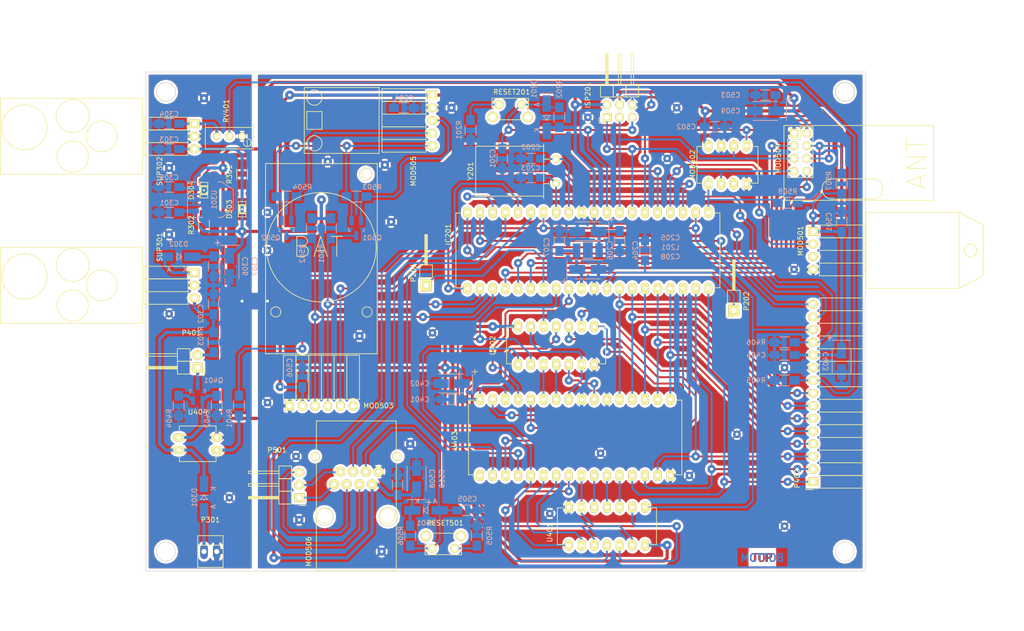
<source format=kicad_pcb>
(kicad_pcb (version 4) (host pcbnew 4.0.0-rc1-stable)
  (layers (0 F.Cu signal) (31 B.Cu signal) (34 B.Paste user) (35 F.Paste user) (36 B.SilkS user) (37 F.SilkS user) (38 B.Mask user) (39 F.Mask user) (44 Edge.Cuts user))
  (net 0 "")
  (net 1 GND)
  (net 2 RESET)
  (net 3 "Net-(C202-Pad1)")
  (net 4 "Net-(C203-Pad1)")
  (net 5 "Net-(C204-Pad2)")
  (net 6 "Net-(C207-Pad2)")
  (net 7 -15V)
  (net 8 +3V3)
  (net 9 "Net-(D301-Pad2)")
  (net 10 "Net-(D302-Pad2)")
  (net 11 S.SRAM.CS)
  (net 12 LCD.CP2)
  (net 13 RTC.SQW)
  (net 14 DHT22.DATA)
  (net 15 LCD.ILUM)
  (net 16 MOSI)
  (net 17 MISO)
  (net 18 SCK)
  (net 19 RXD1)
  (net 20 TXD1)
  (net 21 LCD.DISP)
  (net 22 LCD.CP1)
  (net 23 LCD.S)
  (net 24 SCL)
  (net 25 SDA)
  (net 26 P.SRAM.A16)
  (net 27 P.SRAM.CCLR)
  (net 28 P.SRAM.WE)
  (net 29 "Net-(MOD501-Pad3)")
  (net 30 "Net-(MOD503-Pad6)")
  (net 31 "Net-(MOD505-Pad3)")
  (net 32 "Net-(P401-Pad2)")
  (net 33 LCD.VEE)
  (net 34 "Net-(Q401-Pad1)")
  (net 35 "Net-(Q401-Pad2)")
  (net 36 "Net-(R201-Pad1)")
  (net 37 "Net-(R401-Pad1)")
  (net 38 "Net-(U401-Pad3)")
  (net 39 "Net-(U401-Pad4)")
  (net 40 "Net-(U401-Pad5)")
  (net 41 "Net-(U401-Pad13)")
  (net 42 "Net-(U401-Pad8)")
  (net 43 "Net-(U401-Pad9)")
  (net 44 "Net-(U401-Pad10)")
  (net 45 "Net-(U401-Pad11)")
  (net 46 "Net-(U402-Pad3)")
  (net 47 "Net-(U402-Pad4)")
  (net 48 "Net-(U402-Pad5)")
  (net 49 "Net-(U402-Pad13)")
  (net 50 "Net-(U402-Pad8)")
  (net 51 "Net-(U402-Pad9)")
  (net 52 "Net-(U402-Pad10)")
  (net 53 "Net-(U402-Pad11)")
  (net 54 "Net-(C505-Pad2)")
  (net 55 "Net-(MOD502-Pad3)")
  (net 56 "Net-(MOD505-Pad4)")
  (net 57 "Net-(R505-Pad1)")
  (net 58 "Net-(MOD506-Pad6)")
  (net 59 "Net-(MOD506-Pad7)")
  (net 60 "Net-(MOD506-Pad8)")
  (net 61 "Net-(MOD505-Pad5)")
  (net 62 +12V)
  (net 63 "Net-(D303-Pad1)")
  (net 64 "Net-(P401-Pad1)")
  (net 65 "Net-(D304-Pad1)")
  (net 66 RADIO.CSN/JTAG.TCK)
  (net 67 RADIO.CE/JTAG.TMS)
  (net 68 RADIO.IRQ/JTAG.TDO)
  (net 69 JTAG.TDI)
  (net 70 A1)
  (net 71 +5V)
  (net 72 A4)
  (net 73 A2)
  (net 74 A0)
  (net 75 A7)
  (net 76 A6)
  (net 77 A5)
  (net 78 A3)
  (module util:via_0.6mm (layer F.Cu) (at 113.03 140.97)
    (fp_text reference REF** hide)
    (fp_text value via_0.6mm hide)
    (pad 1 thru_hole circle (at 0 0) (size 1.651 1.651) (drill 0.635) (layers *.Cu *.Mask) (net 1 GND))
  )
  (module util:via_0.6mm (layer F.Cu) (at 200.66 123.825)
    (fp_text reference REF** hide)
    (fp_text value via_0.6mm hide)
    (pad 1 thru_hole circle (at 0 0) (size 1.524 1.524) (drill 0.6) (layers *.Cu *.Mask) (net 1 GND))
  )
  (module util:via_0.6mm (layer F.Cu) (at 106.68 86.995)
    (fp_text reference REF** hide)
    (fp_text value via_0.6mm hide)
    (pad 1 thru_hole circle (at 0 0) (size 1.524 1.524) (drill 0.6) (layers *.Cu *.Mask) (net 1 GND))
  )
  (module util:via_0.6mm (layer F.Cu) (at 129.54 147.32)
    (fp_text reference REF** hide)
    (fp_text value via_0.6mm hide)
    (pad 1 thru_hole circle (at 0 0) (size 1.651 1.651) (drill 0.635) (layers *.Cu *.Mask) (net 1 GND))
  )
  (module util:via_0.6mm (layer F.Cu) (at 125.095 104.14)
    (fp_text reference REF** hide)
    (fp_text value via_0.6mm hide)
    (pad 1 thru_hole circle (at 0 0) (size 1.651 1.651) (drill 0.635) (layers *.Cu *.Mask) (net 1 GND))
  )
  (module util:via_0.6mm (layer F.Cu) (at 131.445 81.28)
    (fp_text reference REF** hide)
    (fp_text value via_0.6mm hide)
    (pad 1 thru_hole circle (at 0 0) (size 1.651 1.651) (drill 0.635) (layers *.Cu *.Mask) (net 1 GND))
  )
  (module util:via_0.6mm (layer F.Cu) (at 86.995 83.82)
    (fp_text reference REF** hide)
    (fp_text value via_0.6mm hide)
    (pad 1 thru_hole circle (at 0 0) (size 1.651 1.651) (drill 0.635) (layers *.Cu *.Mask) (net 1 GND))
  )
  (module util:via_0.6mm (layer F.Cu) (at 86.995 70.485)
    (fp_text reference REF** hide)
    (fp_text value via_0.6mm hide)
    (pad 1 thru_hole circle (at 0 0) (size 1.651 1.651) (drill 0.635) (layers *.Cu *.Mask) (net 1 GND))
  )
  (module util:via_0.6mm (layer F.Cu) (at 86.995 99.695)
    (fp_text reference REF** hide)
    (fp_text value via_0.6mm hide)
    (pad 1 thru_hole circle (at 0 0) (size 1.524 1.524) (drill 0.6) (layers *.Cu *.Mask) (net 1 GND))
  )
  (module util:via_0.6mm (layer F.Cu) (at 106.68 117.475)
    (fp_text reference REF** hide)
    (fp_text value via_0.6mm hide)
    (pad 1 thru_hole circle (at 0 0) (size 1.524 1.524) (drill 0.6) (layers *.Cu *.Mask) (net 1 GND))
  )
  (module util:via_0.6mm (layer F.Cu) (at 106.68 79.375)
    (fp_text reference REF** hide)
    (fp_text value via_0.6mm hide)
    (pad 1 thru_hole circle (at 0 0) (size 1.524 1.524) (drill 0.6) (layers *.Cu *.Mask) (net 1 GND))
  )
  (module util:via_0.6mm (layer F.Cu) (at 99.06 136.525)
    (fp_text reference REF** hide)
    (fp_text value via_0.6mm hide)
    (pad 1 thru_hole circle (at 0 0) (size 1.524 1.524) (drill 0.6) (layers *.Cu *.Mask) (net 1 GND))
  )
  (module util:via_0.6mm (layer F.Cu) (at 101.6 97.155)
    (fp_text reference REF** hide)
    (fp_text value via_0.6mm hide)
    (pad 1 thru_hole circle (at 0 0) (size 1.524 1.524) (drill 0.6) (layers *.Cu *.Mask) (net 1 GND))
  )
  (module util:via_0.6mm (layer F.Cu) (at 93.98 56.515)
    (fp_text reference REF** hide)
    (fp_text value via_0.6mm hide)
    (pad 1 thru_hole circle (at 0 0) (size 1.651 1.651) (drill 0.635) (layers *.Cu *.Mask) (net 1 GND))
  )
  (module util:via_0.6mm (layer F.Cu) (at 170.815 60.325)
    (fp_text reference REF** hide)
    (fp_text value via_0.6mm hide)
    (pad 1 thru_hole circle (at 0 0) (size 1.524 1.524) (drill 0.6) (layers *.Cu *.Mask) (net 1 GND))
  )
  (module util:via_0.6mm (layer F.Cu) (at 210.185 142.24)
    (fp_text reference REF** hide)
    (fp_text value via_0.6mm hide)
    (pad 1 thru_hole circle (at 0 0) (size 1.524 1.524) (drill 0.6) (layers *.Cu *.Mask) (net 1 GND))
  )
  (module util:via_0.6mm (layer F.Cu) (at 173.355 127.635)
    (fp_text reference REF** hide)
    (fp_text value via_0.6mm hide)
    (pad 1 thru_hole circle (at 0 0) (size 1.524 1.524) (drill 0.6) (layers *.Cu *.Mask) (net 1 GND))
  )
  (module util:via_0.6mm (layer F.Cu) (at 143.51 58.42)
    (fp_text reference REF** hide)
    (fp_text value via_0.6mm hide)
    (pad 1 thru_hole circle (at 0 0) (size 1.651 1.651) (drill 0.635) (layers *.Cu *.Mask) (net 1 GND))
  )
  (module util:via_0.6mm (layer F.Cu) (at 106.68 97.155)
    (fp_text reference REF** hide)
    (fp_text value via_0.6mm hide)
    (pad 1 thru_hole circle (at 0 0) (size 1.524 1.524) (drill 0.6) (layers *.Cu *.Mask) (net 1 GND))
  )
  (module util:via_0.6mm (layer F.Cu) (at 139.7 103.505)
    (fp_text reference REF** hide)
    (fp_text value via_0.6mm hide)
    (pad 1 thru_hole circle (at 0 0) (size 1.524 1.524) (drill 0.6) (layers *.Cu *.Mask) (net 1 GND))
  )
  (module util:via_0.6mm (layer F.Cu) (at 186.69 68.58)
    (fp_text reference REF** hide)
    (fp_text value via_0.6mm hide)
    (pad 1 thru_hole circle (at 0 0) (size 1.524 1.524) (drill 0.6) (layers *.Cu *.Mask) (net 1 GND))
  )
  (module util:via_0.6mm (layer F.Cu) (at 188.595 58.42)
    (fp_text reference REF** hide)
    (fp_text value via_0.6mm hide)
    (pad 1 thru_hole circle (at 0 0) (size 1.524 1.524) (drill 0.6) (layers *.Cu *.Mask) (net 1 GND))
  )
  (module util:via_0.6mm (layer F.Cu) (at 212.09 90.805)
    (fp_text reference REF** hide)
    (fp_text value via_0.6mm hide)
    (pad 1 thru_hole circle (at 0 0) (size 1.524 1.524) (drill 0.6) (layers *.Cu *.Mask) (net 1 GND))
  )
  (module util:via_0.6mm (layer F.Cu) (at 210.185 110.49)
    (fp_text reference REF** hide)
    (fp_text value via_0.6mm hide)
    (pad 1 thru_hole circle (at 0 0) (size 1.524 1.524) (drill 0.6) (layers *.Cu *.Mask) (net 1 GND))
  )
  (module util:via_0.6mm (layer F.Cu) (at 191.135 132.08)
    (fp_text reference REF** hide)
    (fp_text value via_0.6mm hide)
    (pad 1 thru_hole circle (at 0 0) (size 1.524 1.524) (drill 0.6) (layers *.Cu *.Mask) (net 1 GND))
  )
  (module util:via_0.6mm (layer F.Cu) (at 163.195 139.7)
    (fp_text reference REF** hide)
    (fp_text value via_0.6mm hide)
    (pad 1 thru_hole circle (at 0 0) (size 1.524 1.524) (drill 0.6) (layers *.Cu *.Mask) (net 1 GND))
  )
  (module util:via_0.6mm (layer F.Cu) (at 130.175 69.85)
    (fp_text reference REF** hide)
    (fp_text value via_0.6mm hide)
    (pad 1 thru_hole circle (at 0 0) (size 1.651 1.651) (drill 0.635) (layers *.Cu *.Mask) (net 1 GND))
  )
  (module Capacitors_SMD:C_1206_HandSoldering (layer B.Cu) (at 153.67 68.58 90)
    (fp_text reference C201 (at 0 -1.905 90) (layer B.SilkS) (effects (justify mirror)))
    (fp_text value 100n)
    (pad 1 smd rect (at -2 0 90) (size 2 1.6) (layers B.Cu B.Paste B.Mask) (net 1 GND))
    (pad 2 smd rect (at 2 0 90) (size 2 1.6) (layers B.Cu B.Paste B.Mask) (net 2 RESET))
  )
  (module Capacitors_SMD:C_1206_HandSoldering (layer B.Cu) (at 159.385 68.58 180)
    (fp_text reference C202 (at 0 2.3 180) (layer B.SilkS) (effects (justify mirror)))
    (fp_text value 22p)
    (pad 1 smd rect (at -2 0 180) (size 2 1.6) (layers B.Cu B.Paste B.Mask) (net 3 "Net-(C202-Pad1)"))
    (pad 2 smd rect (at 2 0 180) (size 2 1.6) (layers B.Cu B.Paste B.Mask) (net 1 GND))
  )
  (module Capacitors_SMD:C_1206_HandSoldering (layer B.Cu) (at 159.385 72.39 180)
    (fp_text reference C203 (at 0 1.905 180) (layer B.SilkS) (effects (justify mirror)))
    (fp_text value 22p)
    (pad 1 smd rect (at -2 0 180) (size 2 1.6) (layers B.Cu B.Paste B.Mask) (net 4 "Net-(C203-Pad1)"))
    (pad 2 smd rect (at 2 0 180) (size 2 1.6) (layers B.Cu B.Paste B.Mask) (net 1 GND))
  )
  (module Capacitors_SMD:C_1206_HandSoldering (layer B.Cu) (at 182.245 86.995 270)
    (fp_text reference C204 (at 0 1.905 270) (layer B.SilkS) (effects (justify mirror)))
    (fp_text value 100n)
    (pad 1 smd rect (at -2 0 270) (size 2 1.6) (layers B.Cu B.Paste B.Mask) (net 1 GND))
    (pad 2 smd rect (at 2 0 270) (size 2 1.6) (layers B.Cu B.Paste B.Mask) (net 5 "Net-(C204-Pad2)"))
  )
  (module Capacitors_Tantalum_SMD:TantalC_SizeB_EIA-3528_HandSoldering (layer B.Cu) (at 170.815 83.185 180)
    (fp_text reference C205 (at -16.51 -1.27 180) (layer B.SilkS) (effects (justify mirror)))
    (fp_text value 10u)
    (fp_text user + (at -4.70154 2.4003 180) (layer B.SilkS) (effects (justify mirror)))
    (pad 2 smd rect (at 2.12598 0 180) (size 3.1496 1.80086) (layers B.Cu B.Paste B.Mask) (net 1 GND))
    (pad 1 smd rect (at -2.12598 0 180) (size 3.1496 1.80086) (layers B.Cu B.Paste B.Mask) (net 71 +5V))
  )
  (module Capacitors_SMD:C_1206_HandSoldering (layer B.Cu) (at 177.165 85.09 90)
    (fp_text reference C206 (at -1.905 -1.905 90) (layer B.SilkS) (effects (justify mirror)))
    (fp_text value 100n)
    (pad 1 smd rect (at -2 0 90) (size 2 1.6) (layers B.Cu B.Paste B.Mask) (net 1 GND))
    (pad 2 smd rect (at 2 0 90) (size 2 1.6) (layers B.Cu B.Paste B.Mask) (net 71 +5V))
  )
  (module Capacitors_SMD:C_1206_HandSoldering (layer B.Cu) (at 165.1 85.09 270)
    (fp_text reference C207 (at 1.27 2.54 270) (layer B.SilkS) (effects (justify mirror)))
    (fp_text value 100n)
    (pad 1 smd rect (at -2 0 270) (size 2 1.6) (layers B.Cu B.Paste B.Mask) (net 1 GND))
    (pad 2 smd rect (at 2 0 270) (size 2 1.6) (layers B.Cu B.Paste B.Mask) (net 6 "Net-(C207-Pad2)"))
  )
  (module Capacitors_Tantalum_SMD:TantalC_SizeB_EIA-3528_HandSoldering (layer B.Cu) (at 170.815 90.805)
    (fp_text reference C208 (at 16.51 -2.54) (layer B.SilkS) (effects (justify mirror)))
    (fp_text value 10u)
    (fp_text user + (at -4.70154 2.4003) (layer B.SilkS) (effects (justify mirror)))
    (pad 2 smd rect (at 2.12598 0) (size 3.1496 1.80086) (layers B.Cu B.Paste B.Mask) (net 1 GND))
    (pad 1 smd rect (at -2.12598 0) (size 3.1496 1.80086) (layers B.Cu B.Paste B.Mask) (net 6 "Net-(C207-Pad2)"))
  )
  (module Capacitors_SMD:C_1206_HandSoldering (layer B.Cu) (at 86.995 79.375 180)
    (fp_text reference C301 (at 0 1.905 180) (layer B.SilkS) (effects (justify mirror)))
    (fp_text value 100n)
    (pad 1 smd rect (at -2 0 180) (size 2 1.6) (layers B.Cu B.Paste B.Mask) (net 71 +5V))
    (pad 2 smd rect (at 2 0 180) (size 2 1.6) (layers B.Cu B.Paste B.Mask) (net 1 GND))
  )
  (module Capacitors_SMD:C_1206_HandSoldering (layer B.Cu) (at 95.885 97.79 90)
    (fp_text reference C302 (at -1.905 -2.54 90) (layer B.SilkS) (effects (justify mirror)))
    (fp_text value 100n)
    (pad 1 smd rect (at -2 0 90) (size 2 1.6) (layers B.Cu B.Paste B.Mask) (net 62 +12V))
    (pad 2 smd rect (at 2 0 90) (size 2 1.6) (layers B.Cu B.Paste B.Mask) (net 1 GND))
  )
  (module Capacitors_SMD:C_1206_HandSoldering (layer B.Cu) (at 86.995 66.675 180)
    (fp_text reference C303 (at 0 1.905 180) (layer B.SilkS) (effects (justify mirror)))
    (fp_text value 100n)
    (pad 1 smd rect (at -2 0 180) (size 2 1.6) (layers B.Cu B.Paste B.Mask) (net 71 +5V))
    (pad 2 smd rect (at 2 0 180) (size 2 1.6) (layers B.Cu B.Paste B.Mask) (net 1 GND))
  )
  (module Capacitors_SMD:C_1206_HandSoldering (layer B.Cu) (at 86.995 61.595 180)
    (fp_text reference C304 (at 0 1.905 180) (layer B.SilkS) (effects (justify mirror)))
    (fp_text value 100n)
    (pad 1 smd rect (at -2 0 180) (size 2 1.6) (layers B.Cu B.Paste B.Mask) (net 7 -15V))
    (pad 2 smd rect (at 2 0 180) (size 2 1.6) (layers B.Cu B.Paste B.Mask) (net 1 GND))
  )
  (module Capacitors_SMD:C_1206_HandSoldering (layer B.Cu) (at 86.995 74.295 180)
    (fp_text reference C305 (at 0 1.905 180) (layer B.SilkS) (effects (justify mirror)))
    (fp_text value 100n)
    (pad 1 smd rect (at -2 0 180) (size 2 1.6) (layers B.Cu B.Paste B.Mask) (net 8 +3V3))
    (pad 2 smd rect (at 2 0 180) (size 2 1.6) (layers B.Cu B.Paste B.Mask) (net 1 GND))
  )
  (module Capacitors_SMD:C_1206_HandSoldering (layer B.Cu) (at 95.885 90.17 270)
    (fp_text reference C306 (at 0 -6.35 270) (layer B.SilkS) (effects (justify mirror)))
    (fp_text value 100n)
    (pad 1 smd rect (at -2 0 270) (size 2 1.6) (layers B.Cu B.Paste B.Mask) (net 71 +5V))
    (pad 2 smd rect (at 2 0 270) (size 2 1.6) (layers B.Cu B.Paste B.Mask) (net 1 GND))
  )
  (module Capacitors_Tantalum_SMD:TantalC_SizeB_EIA-3528_HandSoldering (layer B.Cu) (at 99.06 90.17 270)
    (fp_text reference C307 (at 0 -5.08 270) (layer B.SilkS) (effects (justify mirror)))
    (fp_text value 22u)
    (fp_text user + (at -4.70154 2.4003 270) (layer B.SilkS) (effects (justify mirror)))
    (pad 2 smd rect (at 2.12598 0 270) (size 3.1496 1.80086) (layers B.Cu B.Paste B.Mask) (net 1 GND))
    (pad 1 smd rect (at -2.12598 0 270) (size 3.1496 1.80086) (layers B.Cu B.Paste B.Mask) (net 71 +5V))
  )
  (module Capacitors_SMD:C_1206_HandSoldering (layer B.Cu) (at 143.51 116.84 180)
    (fp_text reference C401 (at 6.35 0 180) (layer B.SilkS) (effects (justify mirror)))
    (fp_text value 100n)
    (pad 1 smd rect (at -2 0 180) (size 2 1.6) (layers B.Cu B.Paste B.Mask) (net 71 +5V))
    (pad 2 smd rect (at 2 0 180) (size 2 1.6) (layers B.Cu B.Paste B.Mask) (net 1 GND))
  )
  (module Capacitors_Tantalum_SMD:TantalC_SizeB_EIA-3528_HandSoldering (layer B.Cu) (at 143.51 113.665 180)
    (fp_text reference C402 (at 6.35 0 180) (layer B.SilkS) (effects (justify mirror)))
    (fp_text value 10u)
    (fp_text user + (at -4.70154 2.4003 180) (layer B.SilkS) (effects (justify mirror)))
    (pad 2 smd rect (at 2.12598 0 180) (size 3.1496 1.80086) (layers B.Cu B.Paste B.Mask) (net 1 GND))
    (pad 1 smd rect (at -2.12598 0 180) (size 3.1496 1.80086) (layers B.Cu B.Paste B.Mask) (net 71 +5V))
  )
  (module Capacitors_Tantalum_SMD:TantalC_SizeB_EIA-3528_HandSoldering (layer B.Cu) (at 221.615 109.22 270)
    (fp_text reference C403 (at 0 3.175 270) (layer B.SilkS) (effects (justify mirror)))
    (fp_text value 10u)
    (fp_text user + (at -4.70154 2.4003 270) (layer B.SilkS) (effects (justify mirror)))
    (pad 2 smd rect (at 2.12598 0 270) (size 3.1496 1.80086) (layers B.Cu B.Paste B.Mask) (net 1 GND))
    (pad 1 smd rect (at -2.12598 0 270) (size 3.1496 1.80086) (layers B.Cu B.Paste B.Mask) (net 71 +5V))
  )
  (module Capacitors_SMD:C_1206_HandSoldering (layer B.Cu) (at 210.185 107.95 180)
    (fp_text reference C404 (at 5.715 0 180) (layer B.SilkS) (effects (justify mirror)))
    (fp_text value 100n)
    (pad 1 smd rect (at -2 0 180) (size 2 1.6) (layers B.Cu B.Paste B.Mask) (net 71 +5V))
    (pad 2 smd rect (at 2 0 180) (size 2 1.6) (layers B.Cu B.Paste B.Mask) (net 1 GND))
  )
  (module Capacitors_SMD:C_1206_HandSoldering (layer B.Cu) (at 221.615 81.28 90)
    (fp_text reference C501 (at 0 -2.54 90) (layer B.SilkS) (effects (justify mirror)))
    (fp_text value 100n)
    (pad 1 smd rect (at -2 0 90) (size 2 1.6) (layers B.Cu B.Paste B.Mask) (net 71 +5V))
    (pad 2 smd rect (at 2 0 90) (size 2 1.6) (layers B.Cu B.Paste B.Mask) (net 1 GND))
  )
  (module Capacitors_SMD:C_1206_HandSoldering (layer B.Cu) (at 196.215 62.23)
    (fp_text reference C502 (at -5.715 0) (layer B.SilkS) (effects (justify mirror)))
    (fp_text value 100n)
    (pad 1 smd rect (at -2 0) (size 2 1.6) (layers B.Cu B.Paste B.Mask) (net 71 +5V))
    (pad 2 smd rect (at 2 0) (size 2 1.6) (layers B.Cu B.Paste B.Mask) (net 1 GND))
  )
  (module Capacitors_SMD:C_1206_HandSoldering (layer B.Cu) (at 206.375 55.88 180)
    (fp_text reference C503 (at 6.985 0 180) (layer B.SilkS) (effects (justify mirror)))
    (fp_text value 100n)
    (pad 1 smd rect (at -2 0 180) (size 2 1.6) (layers B.Cu B.Paste B.Mask) (net 8 +3V3))
    (pad 2 smd rect (at 2 0 180) (size 2 1.6) (layers B.Cu B.Paste B.Mask) (net 1 GND))
  )
  (module Capacitors_SMD:C_1206_HandSoldering (layer B.Cu) (at 133.985 58.42)
    (fp_text reference C504 (at 0 -1.905) (layer B.SilkS) (effects (justify mirror)))
    (fp_text value 100n)
    (pad 1 smd rect (at -2 0) (size 2 1.6) (layers B.Cu B.Paste B.Mask) (net 71 +5V))
    (pad 2 smd rect (at 2 0) (size 2 1.6) (layers B.Cu B.Paste B.Mask) (net 1 GND))
  )
  (module Capacitors_SMD:C_1206_HandSoldering (layer B.Cu) (at 146.685 139.065 180)
    (fp_text reference C505 (at 0 2.3 180) (layer B.SilkS) (effects (justify mirror)))
    (fp_text value 100n)
    (pad 1 smd rect (at -2 0 180) (size 2 1.6) (layers B.Cu B.Paste B.Mask) (net 1 GND))
    (pad 2 smd rect (at 2 0 180) (size 2 1.6) (layers B.Cu B.Paste B.Mask) (net 54 "Net-(C505-Pad2)"))
  )
  (module Capacitors_SMD:C_1206_HandSoldering (layer B.Cu) (at 113.665 112.395 90)
    (fp_text reference C506 (at 1.905 -2.54 90) (layer B.SilkS) (effects (justify mirror)))
    (fp_text value 100n)
    (pad 1 smd rect (at -2 0 90) (size 2 1.6) (layers B.Cu B.Paste B.Mask) (net 71 +5V))
    (pad 2 smd rect (at 2 0 90) (size 2 1.6) (layers B.Cu B.Paste B.Mask) (net 1 GND))
  )
  (module Capacitors_SMD:C_1206_HandSoldering (layer B.Cu) (at 132.715 133.985 90)
    (fp_text reference C508 (at 1.27 6.985 90) (layer B.SilkS) (effects (justify mirror)))
    (fp_text value 100n)
    (pad 1 smd rect (at -2 0 90) (size 2 1.6) (layers B.Cu B.Paste B.Mask) (net 8 +3V3))
    (pad 2 smd rect (at 2 0 90) (size 2 1.6) (layers B.Cu B.Paste B.Mask) (net 1 GND))
  )
  (module Diodes_SMD:Diode-MiniMELF_Handsoldering (layer B.Cu) (at 162.56 60.325 90)
    (fp_text reference D201 (at 5.715 -2.54 90) (layer B.SilkS) (effects (justify mirror)))
    (fp_text value D)
    (fp_text user K (at -2.54 -1.905 90) (layer B.SilkS) (effects (justify mirror)))
    (fp_text user A (at 2.54 -1.905 90) (layer B.SilkS) (effects (justify mirror)))
    (pad 1 smd rect (at -2.75082 0 90) (size 3.29946 1.69926) (layers B.Cu B.Paste B.Mask) (net 71 +5V))
    (pad 2 smd rect (at 2.75082 0 90) (size 3.29946 1.69926) (layers B.Cu B.Paste B.Mask) (net 2 RESET))
  )
  (module Diodes_SMD:Diode-MiniMELF_Handsoldering (layer B.Cu) (at 93.98 136.525 270)
    (fp_text reference D301 (at 0 1.905 270) (layer B.SilkS) (effects (justify mirror)))
    (fp_text value D)
    (fp_text user K (at -1.8 -1.85 270) (layer B.SilkS) (effects (justify mirror)))
    (fp_text user A (at 1.8 -1.85 270) (layer B.SilkS) (effects (justify mirror)))
    (pad 1 smd rect (at -2.75082 0 270) (size 3.29946 1.69926) (layers B.Cu B.Paste B.Mask) (net 62 +12V))
    (pad 2 smd rect (at 2.75082 0 270) (size 3.29946 1.69926) (layers B.Cu B.Paste B.Mask) (net 9 "Net-(D301-Pad2)"))
  )
  (module Diodes_SMD:Diode-MiniMELF_Handsoldering (layer B.Cu) (at 88.9 88.265 180)
    (fp_text reference D302 (at 0 2.54 180) (layer B.SilkS) (effects (justify mirror)))
    (fp_text value D)
    (fp_text user K (at -1.27 -2.54 180) (layer B.SilkS) (effects (justify mirror)))
    (fp_text user A (at 1.905 -2.54 180) (layer B.SilkS) (effects (justify mirror)))
    (pad 1 smd rect (at -2.75082 0 180) (size 3.29946 1.69926) (layers B.Cu B.Paste B.Mask) (net 71 +5V))
    (pad 2 smd rect (at 2.75082 0 180) (size 3.29946 1.69926) (layers B.Cu B.Paste B.Mask) (net 10 "Net-(D302-Pad2)"))
  )
  (module LEDs:LED-1206 (layer F.Cu) (at 101.6 78.74 270)
    (fp_text reference D303 (at 0 2.54 270) (layer F.SilkS))
    (fp_text value LED)
    (pad 2 smd rect (at 1.41986 0 90) (size 1.59766 1.80086) (layers F.Cu F.Paste F.Mask) (net 71 +5V))
    (pad 1 smd rect (at -1.41986 0 90) (size 1.59766 1.80086) (layers F.Cu F.Paste F.Mask) (net 63 "Net-(D303-Pad1)"))
  )
  (module Diodes_SMD:Diode-MiniMELF_Handsoldering (layer B.Cu) (at 138.43 139.065)
    (fp_text reference D501 (at 0 2.54) (layer B.SilkS) (effects (justify mirror)))
    (fp_text value D)
    (fp_text user K (at -1.8 -1.85) (layer B.SilkS) (effects (justify mirror)))
    (fp_text user A (at 1.8 -1.85) (layer B.SilkS) (effects (justify mirror)))
    (pad 1 smd rect (at -2.75082 0) (size 3.29946 1.69926) (layers B.Cu B.Paste B.Mask) (net 8 +3V3))
    (pad 2 smd rect (at 2.75082 0) (size 3.29946 1.69926) (layers B.Cu B.Paste B.Mask) (net 54 "Net-(C505-Pad2)"))
  )
  (module Housings_DIP:DIP-40_W15.24mm_LongPads (layer F.Cu) (at 194.945 79.375 270)
    (fp_text reference IC201 (at 4.445 52.07 270) (layer F.SilkS))
    (fp_text value ATMEGA1284-P)
    (pad 1 thru_hole oval (at 0 0 270) (size 2.3 1.6) (drill 0.8) (layers *.Cu *.Mask F.SilkS) (net 11 S.SRAM.CS))
    (pad 2 thru_hole oval (at 0 2.54 270) (size 2.3 1.6) (drill 0.8) (layers *.Cu *.Mask F.SilkS) (net 12 LCD.CP2))
    (pad 3 thru_hole oval (at 0 5.08 270) (size 2.3 1.6) (drill 0.8) (layers *.Cu *.Mask F.SilkS) (net 13 RTC.SQW))
    (pad 4 thru_hole oval (at 0 7.62 270) (size 2.3 1.6) (drill 0.8) (layers *.Cu *.Mask F.SilkS) (net 14 DHT22.DATA))
    (pad 5 thru_hole oval (at 0 10.16 270) (size 2.3 1.6) (drill 0.8) (layers *.Cu *.Mask F.SilkS) (net 15 LCD.ILUM))
    (pad 6 thru_hole oval (at 0 12.7 270) (size 2.3 1.6) (drill 0.8) (layers *.Cu *.Mask F.SilkS) (net 16 MOSI))
    (pad 7 thru_hole oval (at 0 15.24 270) (size 2.3 1.6) (drill 0.8) (layers *.Cu *.Mask F.SilkS) (net 17 MISO))
    (pad 8 thru_hole oval (at 0 17.78 270) (size 2.3 1.6) (drill 0.8) (layers *.Cu *.Mask F.SilkS) (net 18 SCK))
    (pad 9 thru_hole oval (at 0 20.32 270) (size 2.3 1.6) (drill 0.8) (layers *.Cu *.Mask F.SilkS) (net 2 RESET))
    (pad 10 thru_hole oval (at 0 22.86 270) (size 2.3 1.6) (drill 0.8) (layers *.Cu *.Mask F.SilkS) (net 71 +5V))
    (pad 11 thru_hole oval (at 0 25.4 270) (size 2.3 1.6) (drill 0.8) (layers *.Cu *.Mask F.SilkS) (net 1 GND))
    (pad 12 thru_hole oval (at 0 27.94 270) (size 2.3 1.6) (drill 0.8) (layers *.Cu *.Mask F.SilkS) (net 3 "Net-(C202-Pad1)"))
    (pad 13 thru_hole oval (at 0 30.48 270) (size 2.3 1.6) (drill 0.8) (layers *.Cu *.Mask F.SilkS) (net 4 "Net-(C203-Pad1)"))
    (pad 14 thru_hole oval (at 0 33.02 270) (size 2.3 1.6) (drill 0.8) (layers *.Cu *.Mask F.SilkS) (net 12 LCD.CP2))
    (pad 15 thru_hole oval (at 0 35.56 270) (size 2.3 1.6) (drill 0.8) (layers *.Cu *.Mask F.SilkS) (net 26 P.SRAM.A16))
    (pad 16 thru_hole oval (at 0 38.1 270) (size 2.3 1.6) (drill 0.8) (layers *.Cu *.Mask F.SilkS) (net 19 RXD1))
    (pad 17 thru_hole oval (at 0 40.64 270) (size 2.3 1.6) (drill 0.8) (layers *.Cu *.Mask F.SilkS) (net 20 TXD1))
    (pad 18 thru_hole oval (at 0 43.18 270) (size 2.3 1.6) (drill 0.8) (layers *.Cu *.Mask F.SilkS) (net 21 LCD.DISP))
    (pad 19 thru_hole oval (at 0 45.72 270) (size 2.3 1.6) (drill 0.8) (layers *.Cu *.Mask F.SilkS) (net 22 LCD.CP1))
    (pad 20 thru_hole oval (at 0 48.26 270) (size 2.3 1.6) (drill 0.8) (layers *.Cu *.Mask F.SilkS) (net 23 LCD.S))
    (pad 21 thru_hole oval (at 15.24 48.26 270) (size 2.3 1.6) (drill 0.8) (layers *.Cu *.Mask F.SilkS) (net 12 LCD.CP2))
    (pad 22 thru_hole oval (at 15.24 45.72 270) (size 2.3 1.6) (drill 0.8) (layers *.Cu *.Mask F.SilkS) (net 24 SCL))
    (pad 23 thru_hole oval (at 15.24 43.18 270) (size 2.3 1.6) (drill 0.8) (layers *.Cu *.Mask F.SilkS) (net 25 SDA))
    (pad 24 thru_hole oval (at 15.24 40.64 270) (size 2.3 1.6) (drill 0.8) (layers *.Cu *.Mask F.SilkS) (net 66 RADIO.CSN/JTAG.TCK))
    (pad 25 thru_hole oval (at 15.24 38.1 270) (size 2.3 1.6) (drill 0.8) (layers *.Cu *.Mask F.SilkS) (net 67 RADIO.CE/JTAG.TMS))
    (pad 26 thru_hole oval (at 15.24 35.56 270) (size 2.3 1.6) (drill 0.8) (layers *.Cu *.Mask F.SilkS) (net 68 RADIO.IRQ/JTAG.TDO))
    (pad 27 thru_hole oval (at 15.24 33.02 270) (size 2.3 1.6) (drill 0.8) (layers *.Cu *.Mask F.SilkS) (net 69 JTAG.TDI))
    (pad 28 thru_hole oval (at 15.24 30.48 270) (size 2.3 1.6) (drill 0.8) (layers *.Cu *.Mask F.SilkS) (net 27 P.SRAM.CCLR))
    (pad 29 thru_hole oval (at 15.24 27.94 270) (size 2.3 1.6) (drill 0.8) (layers *.Cu *.Mask F.SilkS) (net 28 P.SRAM.WE))
    (pad 30 thru_hole oval (at 15.24 25.4 270) (size 2.3 1.6) (drill 0.8) (layers *.Cu *.Mask F.SilkS) (net 6 "Net-(C207-Pad2)"))
    (pad 31 thru_hole oval (at 15.24 22.86 270) (size 2.3 1.6) (drill 0.8) (layers *.Cu *.Mask F.SilkS) (net 1 GND))
    (pad 32 thru_hole oval (at 15.24 20.32 270) (size 2.3 1.6) (drill 0.8) (layers *.Cu *.Mask F.SilkS) (net 5 "Net-(C204-Pad2)"))
    (pad 33 thru_hole oval (at 15.24 17.78 270) (size 2.3 1.6) (drill 0.8) (layers *.Cu *.Mask F.SilkS) (net 75 A7))
    (pad 34 thru_hole oval (at 15.24 15.24 270) (size 2.3 1.6) (drill 0.8) (layers *.Cu *.Mask F.SilkS) (net 76 A6))
    (pad 35 thru_hole oval (at 15.24 12.7 270) (size 2.3 1.6) (drill 0.8) (layers *.Cu *.Mask F.SilkS) (net 77 A5))
    (pad 36 thru_hole oval (at 15.24 10.16 270) (size 2.3 1.6) (drill 0.8) (layers *.Cu *.Mask F.SilkS) (net 72 A4))
    (pad 37 thru_hole oval (at 15.24 7.62 270) (size 2.3 1.6) (drill 0.8) (layers *.Cu *.Mask F.SilkS) (net 78 A3))
    (pad 38 thru_hole oval (at 15.24 5.08 270) (size 2.3 1.6) (drill 0.8) (layers *.Cu *.Mask F.SilkS) (net 73 A2))
    (pad 39 thru_hole oval (at 15.24 2.54 270) (size 2.3 1.6) (drill 0.8) (layers *.Cu *.Mask F.SilkS) (net 70 A1))
    (pad 40 thru_hole oval (at 15.24 0 270) (size 2.3 1.6) (drill 0.8) (layers *.Cu *.Mask F.SilkS) (net 74 A0))
  )
  (module Inductors_NEOSID:Neosid_Inductor_SM-NE45_SMD1812 (layer B.Cu) (at 170.815 86.995 180)
    (fp_text reference L201 (at -16.51 0.635 180) (layer B.SilkS) (effects (justify mirror)))
    (fp_text value 10u)
    (pad 1 smd rect (at -2.25044 0 180) (size 1.50114 2.79908) (layers B.Cu B.Paste B.Mask) (net 71 +5V))
    (pad 2 smd rect (at 2.25044 0 180) (size 1.50114 2.79908) (layers B.Cu B.Paste B.Mask) (net 6 "Net-(C207-Pad2)"))
  )
  (module AM2302:AM2302_Socket_H (layer F.Cu) (at 215.9 90.805 90)
    (fp_text reference MOD501 (at 5.715 -2.54 90) (layer F.SilkS))
    (fp_text value DHT22)
    (pad 1 thru_hole rect (at 7.62 0 270) (size 1.7272 2.032) (drill 1.016) (layers *.Cu *.Mask F.SilkS) (net 71 +5V))
    (pad 2 thru_hole oval (at 5.08 0 270) (size 1.7272 2.032) (drill 1.016) (layers *.Cu *.Mask F.SilkS) (net 14 DHT22.DATA))
    (pad 3 thru_hole oval (at 2.54 0 270) (size 1.7272 2.032) (drill 1.016) (layers *.Cu *.Mask F.SilkS) (net 29 "Net-(MOD501-Pad3)"))
    (pad 4 thru_hole oval (at 0 0 270) (size 1.7272 2.032) (drill 1.016) (layers *.Cu *.Mask F.SilkS) (net 1 GND))
  )
  (module Housings_DIP:DIP-8_W7.62mm_LongPads (layer F.Cu) (at 194.945 73.66 90)
    (fp_text reference MOD502 (at 3.81 -3.175 90) (layer F.SilkS))
    (fp_text value 23LCV1024-I/P)
    (pad 1 thru_hole oval (at 0 0 90) (size 2.3 1.6) (drill 0.8) (layers *.Cu *.Mask F.SilkS) (net 11 S.SRAM.CS))
    (pad 2 thru_hole oval (at 0 2.54 90) (size 2.3 1.6) (drill 0.8) (layers *.Cu *.Mask F.SilkS) (net 17 MISO))
    (pad 3 thru_hole oval (at 0 5.08 90) (size 2.3 1.6) (drill 0.8) (layers *.Cu *.Mask F.SilkS) (net 55 "Net-(MOD502-Pad3)"))
    (pad 4 thru_hole oval (at 0 7.62 90) (size 2.3 1.6) (drill 0.8) (layers *.Cu *.Mask F.SilkS) (net 1 GND))
    (pad 5 thru_hole oval (at 7.62 7.62 90) (size 2.3 1.6) (drill 0.8) (layers *.Cu *.Mask F.SilkS) (net 16 MOSI))
    (pad 6 thru_hole oval (at 7.62 5.08 90) (size 2.3 1.6) (drill 0.8) (layers *.Cu *.Mask F.SilkS) (net 18 SCK))
    (pad 7 thru_hole oval (at 7.62 2.54 90) (size 2.3 1.6) (drill 0.8) (layers *.Cu *.Mask F.SilkS) (net 1 GND))
    (pad 8 thru_hole oval (at 7.62 0 90) (size 2.3 1.6) (drill 0.8) (layers *.Cu *.Mask F.SilkS) (net 71 +5V))
  )
  (module DS3231:DS3231_Socket_H (layer F.Cu) (at 123.825 118.11 180)
    (fp_text reference MOD503 (at -5.08 0 180) (layer F.SilkS))
    (fp_text value DS3231)
    (fp_text user BAT (at 6.985 31.75 180) (layer F.SilkS) (effects (font (size 4 4))))
    (pad 1 thru_hole rect (at 12.7 0) (size 1.7272 2.032) (drill 1.016) (layers *.Cu *.Mask F.SilkS) (net 1 GND))
    (pad 2 thru_hole oval (at 10.16 0) (size 1.7272 2.032) (drill 1.016) (layers *.Cu *.Mask F.SilkS) (net 71 +5V))
    (pad 3 thru_hole oval (at 7.62 0) (size 1.7272 2.032) (drill 1.016) (layers *.Cu *.Mask F.SilkS) (net 25 SDA))
    (pad 4 thru_hole oval (at 5.08 0) (size 1.7272 2.032) (drill 1.016) (layers *.Cu *.Mask F.SilkS) (net 24 SCL))
    (pad 5 thru_hole oval (at 2.54 0) (size 1.7272 2.032) (drill 1.016) (layers *.Cu *.Mask F.SilkS) (net 13 RTC.SQW))
    (pad 6 thru_hole oval (at 0 0) (size 1.7272 2.032) (drill 1.016) (layers *.Cu *.Mask F.SilkS) (net 30 "Net-(MOD503-Pad6)"))
  )
  (module nRF24L01:nRF24L01 (layer F.Cu) (at 212.09 63.5 90)
    (fp_text reference MOD504 (at -5.08 -3.175 90) (layer F.SilkS))
    (fp_text value nRF24L01)
    (fp_text user ANT (at -6.096 24.638 90) (layer F.SilkS) (effects (font (size 4 4))))
    (pad 1 thru_hole rect (at 0 0 270) (size 1.7272 1.7272) (drill 1.016) (layers *.Cu *.Mask F.SilkS) (net 1 GND))
    (pad 2 thru_hole oval (at 0 2.54 270) (size 1.7272 1.7272) (drill 1.016) (layers *.Cu *.Mask F.SilkS) (net 8 +3V3))
    (pad 3 thru_hole oval (at -2.54 0 270) (size 1.7272 1.7272) (drill 1.016) (layers *.Cu *.Mask F.SilkS) (net 67 RADIO.CE/JTAG.TMS))
    (pad 4 thru_hole oval (at -2.54 2.54 270) (size 1.7272 1.7272) (drill 1.016) (layers *.Cu *.Mask F.SilkS) (net 66 RADIO.CSN/JTAG.TCK))
    (pad 5 thru_hole oval (at -5.08 0 270) (size 1.7272 1.7272) (drill 1.016) (layers *.Cu *.Mask F.SilkS) (net 18 SCK))
    (pad 6 thru_hole oval (at -5.08 2.54 270) (size 1.7272 1.7272) (drill 1.016) (layers *.Cu *.Mask F.SilkS) (net 16 MOSI))
    (pad 7 thru_hole oval (at -7.62 0 270) (size 1.7272 1.7272) (drill 1.016) (layers *.Cu *.Mask F.SilkS) (net 17 MISO))
    (pad 8 thru_hole oval (at -7.62 2.54 270) (size 1.7272 1.7272) (drill 1.016) (layers *.Cu *.Mask F.SilkS) (net 68 RADIO.IRQ/JTAG.TDO))
  )
  (module BMP180:BMP180_Socket_H (layer F.Cu) (at 139.7 55.88 270)
    (fp_text reference MOD505 (at 15.24 3.81 270) (layer F.SilkS))
    (fp_text value BMP180)
    (pad 1 thru_hole rect (at 0 0 270) (size 1.7272 2.032) (drill 1.016) (layers *.Cu *.Mask F.SilkS) (net 71 +5V))
    (pad 2 thru_hole oval (at 2.54 0 270) (size 1.7272 2.032) (drill 1.016) (layers *.Cu *.Mask F.SilkS) (net 1 GND))
    (pad 3 thru_hole oval (at 5.08 0 270) (size 1.7272 2.032) (drill 1.016) (layers *.Cu *.Mask F.SilkS) (net 31 "Net-(MOD505-Pad3)"))
    (pad 4 thru_hole oval (at 7.62 0 270) (size 1.7272 2.032) (drill 1.016) (layers *.Cu *.Mask F.SilkS) (net 56 "Net-(MOD505-Pad4)"))
    (pad 5 thru_hole oval (at 10.16 0 270) (size 1.7272 2.032) (drill 1.016) (layers *.Cu *.Mask F.SilkS) (net 61 "Net-(MOD505-Pad5)"))
  )
  (module Pin_Headers:Pin_Header_Angled_1x02 (layer F.Cu) (at 92.71 110.49 180)
    (fp_text reference P401 (at 1.27 6.985 180) (layer F.SilkS))
    (fp_text value CONN_01X02)
    (pad 1 thru_hole rect (at 0 0 180) (size 2.032 2.032) (drill 1.016) (layers *.Cu *.Mask F.SilkS) (net 64 "Net-(P401-Pad1)"))
    (pad 2 thru_hole oval (at 0 2.54 180) (size 2.032 2.032) (drill 1.016) (layers *.Cu *.Mask F.SilkS) (net 32 "Net-(P401-Pad2)"))
  )
  (module Housings_SOT-23_SOT-143_TSOT-6:SOT-23_Handsoldering (layer B.Cu) (at 92.71 115.57 180)
    (fp_text reference Q401 (at -3.175 2.54 180) (layer B.SilkS) (effects (justify mirror)))
    (fp_text value BSS138)
    (pad 1 smd rect (at -0.95 -1.50114 180) (size 0.8001 1.80086) (layers B.Cu B.Paste B.Mask) (net 34 "Net-(Q401-Pad1)"))
    (pad 2 smd rect (at 0.95 -1.50114 180) (size 0.8001 1.80086) (layers B.Cu B.Paste B.Mask) (net 35 "Net-(Q401-Pad2)"))
    (pad 3 smd rect (at 0 1.50114 180) (size 0.8001 1.80086) (layers B.Cu B.Paste B.Mask) (net 64 "Net-(P401-Pad1)"))
  )
  (module Housings_SOT-23_SOT-143_TSOT-6:SOT-23_Handsoldering (layer B.Cu) (at 124.46 82.55)
    (fp_text reference Q501 (at 3.175 1.905) (layer B.SilkS) (effects (justify mirror)))
    (fp_text value BSS138)
    (pad 1 smd rect (at -0.95 -1.50114) (size 0.8001 1.80086) (layers B.Cu B.Paste B.Mask) (net 61 "Net-(MOD505-Pad5)"))
    (pad 2 smd rect (at 0.95 -1.50114) (size 0.8001 1.80086) (layers B.Cu B.Paste B.Mask) (net 31 "Net-(MOD505-Pad3)"))
    (pad 3 smd rect (at 0 1.50114) (size 0.8001 1.80086) (layers B.Cu B.Paste B.Mask) (net 24 SCL))
  )
  (module Housings_SOT-23_SOT-143_TSOT-6:SOT-23_Handsoldering (layer B.Cu) (at 110.49 82.55)
    (fp_text reference Q502 (at -3.175 1.905) (layer B.SilkS) (effects (justify mirror)))
    (fp_text value BSS138)
    (pad 1 smd rect (at -0.95 -1.50114) (size 0.8001 1.80086) (layers B.Cu B.Paste B.Mask) (net 61 "Net-(MOD505-Pad5)"))
    (pad 2 smd rect (at 0.95 -1.50114) (size 0.8001 1.80086) (layers B.Cu B.Paste B.Mask) (net 56 "Net-(MOD505-Pad4)"))
    (pad 3 smd rect (at 0 1.50114) (size 0.8001 1.80086) (layers B.Cu B.Paste B.Mask) (net 25 SDA))
  )
  (module Resistors_SMD:R_1206_HandSoldering (layer B.Cu) (at 147.32 62.865 270)
    (fp_text reference R201 (at 0 2.3 270) (layer B.SilkS) (effects (justify mirror)))
    (fp_text value 330R)
    (pad 1 smd rect (at -2 0 270) (size 2 1.7) (layers B.Cu B.Paste B.Mask) (net 36 "Net-(R201-Pad1)"))
    (pad 2 smd rect (at 2 0 270) (size 2 1.7) (layers B.Cu B.Paste B.Mask) (net 1 GND))
  )
  (module Resistors_SMD:R_1206_HandSoldering (layer B.Cu) (at 165.1 60.325 90)
    (fp_text reference R202 (at 5.715 0 90) (layer B.SilkS) (effects (justify mirror)))
    (fp_text value 10k)
    (pad 1 smd rect (at -2 0 90) (size 2 1.7) (layers B.Cu B.Paste B.Mask) (net 71 +5V))
    (pad 2 smd rect (at 2 0 90) (size 2 1.7) (layers B.Cu B.Paste B.Mask) (net 2 RESET))
  )
  (module Resistors_SMD:R_1206_HandSoldering (layer B.Cu) (at 100.965 118.11 90)
    (fp_text reference R401 (at -2.54 -1.905 90) (layer B.SilkS) (effects (justify mirror)))
    (fp_text value 160R)
    (pad 1 smd rect (at -2 0 90) (size 2 1.7) (layers B.Cu B.Paste B.Mask) (net 37 "Net-(R401-Pad1)"))
    (pad 2 smd rect (at 2 0 90) (size 2 1.7) (layers B.Cu B.Paste B.Mask) (net 15 LCD.ILUM))
  )
  (module Resistors_SMD:R_1206_HandSoldering (layer B.Cu) (at 96.52 118.11 90)
    (fp_text reference R402 (at -2.54 -1.905 90) (layer B.SilkS) (effects (justify mirror)))
    (fp_text value 100k)
    (pad 1 smd rect (at -2 0 90) (size 2 1.7) (layers B.Cu B.Paste B.Mask) (net 1 GND))
    (pad 2 smd rect (at 2 0 90) (size 2 1.7) (layers B.Cu B.Paste B.Mask) (net 34 "Net-(Q401-Pad1)"))
  )
  (module Resistors_SMD:R_1206_HandSoldering (layer B.Cu) (at 95.885 105.41 90)
    (fp_text reference R403 (at 1.27 -2.54 90) (layer B.SilkS) (effects (justify mirror)))
    (fp_text value 10R)
    (pad 1 smd rect (at -2 0 90) (size 2 1.7) (layers B.Cu B.Paste B.Mask) (net 32 "Net-(P401-Pad2)"))
    (pad 2 smd rect (at 2 0 90) (size 2 1.7) (layers B.Cu B.Paste B.Mask) (net 62 +12V))
  )
  (module Resistors_SMD:R_1206_HandSoldering (layer B.Cu) (at 88.9 118.11 90)
    (fp_text reference R404 (at -2.54 -1.905 90) (layer B.SilkS) (effects (justify mirror)))
    (fp_text value 0R)
    (pad 1 smd rect (at -2 0 90) (size 2 1.7) (layers B.Cu B.Paste B.Mask) (net 1 GND))
    (pad 2 smd rect (at 2 0 90) (size 2 1.7) (layers B.Cu B.Paste B.Mask) (net 35 "Net-(Q401-Pad2)"))
  )
  (module Resistors_SMD:R_1206_HandSoldering (layer B.Cu) (at 210.185 113.03 180)
    (fp_text reference R405 (at 5.715 0 180) (layer B.SilkS) (effects (justify mirror)))
    (fp_text value 10k)
    (pad 1 smd rect (at -2 0 180) (size 2 1.7) (layers B.Cu B.Paste B.Mask) (net 33 LCD.VEE))
    (pad 2 smd rect (at 2 0 180) (size 2 1.7) (layers B.Cu B.Paste B.Mask) (net 1 GND))
  )
  (module Resistors_SMD:R_1206_HandSoldering (layer B.Cu) (at 210.185 105.41 180)
    (fp_text reference R406 (at 5.715 0 180) (layer B.SilkS) (effects (justify mirror)))
    (fp_text value 10k)
    (pad 1 smd rect (at -2 0 180) (size 2 1.7) (layers B.Cu B.Paste B.Mask) (net 21 LCD.DISP))
    (pad 2 smd rect (at 2 0 180) (size 2 1.7) (layers B.Cu B.Paste B.Mask) (net 1 GND))
  )
  (module Resistors_SMD:R_1206_HandSoldering (layer B.Cu) (at 119.38 82.55 270)
    (fp_text reference R501 (at 5.08 1.905 270) (layer B.SilkS) (effects (justify mirror)))
    (fp_text value 10k)
    (pad 1 smd rect (at -2 0 270) (size 2 1.7) (layers B.Cu B.Paste B.Mask) (net 71 +5V))
    (pad 2 smd rect (at 2 0 270) (size 2 1.7) (layers B.Cu B.Paste B.Mask) (net 24 SCL))
  )
  (module Resistors_SMD:R_1206_HandSoldering (layer B.Cu) (at 115.57 82.55 270)
    (fp_text reference R502 (at 5.08 1.905 270) (layer B.SilkS) (effects (justify mirror)))
    (fp_text value 10k)
    (pad 1 smd rect (at -2 0 270) (size 2 1.7) (layers B.Cu B.Paste B.Mask) (net 71 +5V))
    (pad 2 smd rect (at 2 0 270) (size 2 1.7) (layers B.Cu B.Paste B.Mask) (net 25 SDA))
  )
  (module Resistors_SMD:R_1206_HandSoldering (layer B.Cu) (at 124.46 76.2)
    (fp_text reference R503 (at 3.175 -1.905) (layer B.SilkS) (effects (justify mirror)))
    (fp_text value 10k)
    (pad 1 smd rect (at -2 0) (size 2 1.7) (layers B.Cu B.Paste B.Mask) (net 61 "Net-(MOD505-Pad5)"))
    (pad 2 smd rect (at 2 0) (size 2 1.7) (layers B.Cu B.Paste B.Mask) (net 31 "Net-(MOD505-Pad3)"))
  )
  (module Resistors_SMD:R_1206_HandSoldering (layer B.Cu) (at 110.49 76.2)
    (fp_text reference R504 (at 3.175 -1.905) (layer B.SilkS) (effects (justify mirror)))
    (fp_text value 10k)
    (pad 1 smd rect (at -2 0) (size 2 1.7) (layers B.Cu B.Paste B.Mask) (net 61 "Net-(MOD505-Pad5)"))
    (pad 2 smd rect (at 2 0) (size 2 1.7) (layers B.Cu B.Paste B.Mask) (net 56 "Net-(MOD505-Pad4)"))
  )
  (module Resistors_SMD:R_1206_HandSoldering (layer B.Cu) (at 148.59 144.145 90)
    (fp_text reference R505 (at 0 2.54 90) (layer B.SilkS) (effects (justify mirror)))
    (fp_text value 300R)
    (pad 1 smd rect (at -2 0 90) (size 2 1.7) (layers B.Cu B.Paste B.Mask) (net 57 "Net-(R505-Pad1)"))
    (pad 2 smd rect (at 2 0 90) (size 2 1.7) (layers B.Cu B.Paste B.Mask) (net 1 GND))
  )
  (module Resistors_SMD:R_1206_HandSoldering (layer B.Cu) (at 135.255 144.145 270)
    (fp_text reference R506 (at 0 1.905 270) (layer B.SilkS) (effects (justify mirror)))
    (fp_text value 10k)
    (pad 1 smd rect (at -2 0 270) (size 2 1.7) (layers B.Cu B.Paste B.Mask) (net 8 +3V3))
    (pad 2 smd rect (at 2 0 270) (size 2 1.7) (layers B.Cu B.Paste B.Mask) (net 54 "Net-(C505-Pad2)"))
  )
  (module Buttons_Switches_ThroughHole:SW_Tactile_SPST_Angled (layer F.Cu) (at 153.035 57.785)
    (fp_text reference RESET201 (at 2.54 -2.54) (layer F.SilkS))
    (fp_text value SW_PUSH)
    (pad "" thru_hole circle (at 5.76 2.49) (size 2.1 2.1) (drill 1.3) (layers *.Cu *.Mask F.SilkS))
    (pad 2 thru_hole circle (at 4.5 0) (size 1.75 1.75) (drill 0.99) (layers *.Cu *.Mask F.SilkS) (net 2 RESET))
    (pad 1 thru_hole circle (at 0 0) (size 1.75 1.75) (drill 0.99) (layers *.Cu *.Mask F.SilkS) (net 36 "Net-(R201-Pad1)"))
    (pad "" thru_hole circle (at -1.25 2.49) (size 2.1 2.1) (drill 1.3) (layers *.Cu *.Mask F.SilkS))
  )
  (module Buttons_Switches_ThroughHole:SW_Tactile_SPST_Angled (layer F.Cu) (at 144.145 146.685 180)
    (fp_text reference RESET501 (at 1.905 5.08 180) (layer F.SilkS))
    (fp_text value SW_PUSH)
    (pad "" thru_hole circle (at 5.76 2.49 180) (size 2.1 2.1) (drill 1.3) (layers *.Cu *.Mask F.SilkS))
    (pad 2 thru_hole circle (at 4.5 0 180) (size 1.75 1.75) (drill 0.99) (layers *.Cu *.Mask F.SilkS) (net 54 "Net-(C505-Pad2)"))
    (pad 1 thru_hole circle (at 0 0 180) (size 1.75 1.75) (drill 0.99) (layers *.Cu *.Mask F.SilkS) (net 57 "Net-(R505-Pad1)"))
    (pad "" thru_hole circle (at -1.25 2.49 180) (size 2.1 2.1) (drill 1.3) (layers *.Cu *.Mask F.SilkS))
  )
  (module Potentiometers:Potentiometer_Bourns_3296W_3-8Zoll_Inline_ScrewUp (layer F.Cu) (at 101.6 64.135 90)
    (fp_text reference RV401 (at 5.08 -3.175 90) (layer F.SilkS))
    (fp_text value POT)
    (pad 2 thru_hole circle (at 0 -2.54 90) (size 1.524 1.524) (drill 0.8128) (layers *.Cu *.Mask F.SilkS) (net 33 LCD.VEE))
    (pad 3 thru_hole circle (at 0 -5.08 90) (size 1.524 1.524) (drill 0.8128) (layers *.Cu *.Mask F.SilkS) (net 7 -15V))
    (pad 1 thru_hole circle (at 0 0 90) (size 1.524 1.524) (drill 0.8128) (layers *.Cu *.Mask F.SilkS) (net 1 GND))
  )
  (module AMBM_dc-dc:DC2_Socket_H (layer F.Cu) (at 92.075 91.44 270)
    (fp_text reference SUP301 (at -5.08 6.985 270) (layer F.SilkS))
    (fp_text value AMBM_DC2)
    (pad VO thru_hole rect (at 0 0 270) (size 1.7272 2.032) (drill 1.016) (layers *.Cu *.Mask F.SilkS) (net 10 "Net-(D302-Pad2)"))
    (pad GND thru_hole oval (at 2.54 0 270) (size 1.7272 2.032) (drill 1.016) (layers *.Cu *.Mask F.SilkS) (net 1 GND))
    (pad VI thru_hole oval (at 5.08 0 270) (size 1.7272 2.032) (drill 1.016) (layers *.Cu *.Mask F.SilkS) (net 62 +12V))
  )
  (module AMBM_dc-dc:DC2_Socket_H (layer F.Cu) (at 92.075 61.595 270)
    (fp_text reference SUP302 (at 9.525 6.985 270) (layer F.SilkS))
    (fp_text value AMBM_DCN01)
    (pad VO thru_hole rect (at 0 0 270) (size 1.7272 2.032) (drill 1.016) (layers *.Cu *.Mask F.SilkS) (net 7 -15V))
    (pad GND thru_hole oval (at 2.54 0 270) (size 1.7272 2.032) (drill 1.016) (layers *.Cu *.Mask F.SilkS) (net 1 GND))
    (pad VI thru_hole oval (at 5.08 0 270) (size 1.7272 2.032) (drill 1.016) (layers *.Cu *.Mask F.SilkS) (net 71 +5V))
  )
  (module SMD_Packages:SOT-223 (layer B.Cu) (at 95.25 76.835 90)
    (fp_text reference U301 (at 0 0.762 90) (layer B.SilkS) (effects (justify mirror)))
    (fp_text value LT1129CST-3.3)
    (pad 4 smd rect (at 0 3.302 90) (size 3.6576 2.032) (layers B.Cu B.Paste B.Mask))
    (pad 2 smd rect (at 0 -3.302 90) (size 1.016 2.032) (layers B.Cu B.Paste B.Mask) (net 1 GND))
    (pad 3 smd rect (at 2.286 -3.302 90) (size 1.016 2.032) (layers B.Cu B.Paste B.Mask) (net 8 +3V3))
    (pad 1 smd rect (at -2.286 -3.302 90) (size 1.016 2.032) (layers B.Cu B.Paste B.Mask) (net 71 +5V))
  )
  (module Housings_DIP:DIP-14_W7.62mm_LongPads (layer F.Cu) (at 182.245 138.43 270)
    (fp_text reference U401 (at 5.08 19.05 270) (layer F.SilkS))
    (fp_text value 74LS393)
    (pad 1 thru_hole oval (at 0 0 270) (size 2.3 1.6) (drill 0.8) (layers *.Cu *.Mask F.SilkS) (net 12 LCD.CP2))
    (pad 2 thru_hole oval (at 0 2.54 270) (size 2.3 1.6) (drill 0.8) (layers *.Cu *.Mask F.SilkS) (net 27 P.SRAM.CCLR))
    (pad 3 thru_hole oval (at 0 5.08 270) (size 2.3 1.6) (drill 0.8) (layers *.Cu *.Mask F.SilkS) (net 38 "Net-(U401-Pad3)"))
    (pad 4 thru_hole oval (at 0 7.62 270) (size 2.3 1.6) (drill 0.8) (layers *.Cu *.Mask F.SilkS) (net 39 "Net-(U401-Pad4)"))
    (pad 5 thru_hole oval (at 0 10.16 270) (size 2.3 1.6) (drill 0.8) (layers *.Cu *.Mask F.SilkS) (net 40 "Net-(U401-Pad5)"))
    (pad 6 thru_hole oval (at 0 12.7 270) (size 2.3 1.6) (drill 0.8) (layers *.Cu *.Mask F.SilkS) (net 41 "Net-(U401-Pad13)"))
    (pad 7 thru_hole oval (at 0 15.24 270) (size 2.3 1.6) (drill 0.8) (layers *.Cu *.Mask F.SilkS) (net 1 GND))
    (pad 8 thru_hole oval (at 7.62 15.24 270) (size 2.3 1.6) (drill 0.8) (layers *.Cu *.Mask F.SilkS) (net 42 "Net-(U401-Pad8)"))
    (pad 9 thru_hole oval (at 7.62 12.7 270) (size 2.3 1.6) (drill 0.8) (layers *.Cu *.Mask F.SilkS) (net 43 "Net-(U401-Pad9)"))
    (pad 10 thru_hole oval (at 7.62 10.16 270) (size 2.3 1.6) (drill 0.8) (layers *.Cu *.Mask F.SilkS) (net 44 "Net-(U401-Pad10)"))
    (pad 11 thru_hole oval (at 7.62 7.62 270) (size 2.3 1.6) (drill 0.8) (layers *.Cu *.Mask F.SilkS) (net 45 "Net-(U401-Pad11)"))
    (pad 12 thru_hole oval (at 7.62 5.08 270) (size 2.3 1.6) (drill 0.8) (layers *.Cu *.Mask F.SilkS) (net 27 P.SRAM.CCLR))
    (pad 13 thru_hole oval (at 7.62 2.54 270) (size 2.3 1.6) (drill 0.8) (layers *.Cu *.Mask F.SilkS) (net 41 "Net-(U401-Pad13)"))
    (pad 14 thru_hole oval (at 7.62 0 270) (size 2.3 1.6) (drill 0.8) (layers *.Cu *.Mask F.SilkS) (net 71 +5V))
  )
  (module Housings_DIP:DIP-14_W7.62mm_LongPads (layer F.Cu) (at 156.845 109.855 90)
    (fp_text reference U402 (at 3.81 -5.08 90) (layer F.SilkS))
    (fp_text value 74LS393)
    (pad 1 thru_hole oval (at 0 0 90) (size 2.3 1.6) (drill 0.8) (layers *.Cu *.Mask F.SilkS) (net 42 "Net-(U401-Pad8)"))
    (pad 2 thru_hole oval (at 0 2.54 90) (size 2.3 1.6) (drill 0.8) (layers *.Cu *.Mask F.SilkS) (net 27 P.SRAM.CCLR))
    (pad 3 thru_hole oval (at 0 5.08 90) (size 2.3 1.6) (drill 0.8) (layers *.Cu *.Mask F.SilkS) (net 46 "Net-(U402-Pad3)"))
    (pad 4 thru_hole oval (at 0 7.62 90) (size 2.3 1.6) (drill 0.8) (layers *.Cu *.Mask F.SilkS) (net 47 "Net-(U402-Pad4)"))
    (pad 5 thru_hole oval (at 0 10.16 90) (size 2.3 1.6) (drill 0.8) (layers *.Cu *.Mask F.SilkS) (net 48 "Net-(U402-Pad5)"))
    (pad 6 thru_hole oval (at 0 12.7 90) (size 2.3 1.6) (drill 0.8) (layers *.Cu *.Mask F.SilkS) (net 49 "Net-(U402-Pad13)"))
    (pad 7 thru_hole oval (at 0 15.24 90) (size 2.3 1.6) (drill 0.8) (layers *.Cu *.Mask F.SilkS) (net 1 GND))
    (pad 8 thru_hole oval (at 7.62 15.24 90) (size 2.3 1.6) (drill 0.8) (layers *.Cu *.Mask F.SilkS) (net 50 "Net-(U402-Pad8)"))
    (pad 9 thru_hole oval (at 7.62 12.7 90) (size 2.3 1.6) (drill 0.8) (layers *.Cu *.Mask F.SilkS) (net 51 "Net-(U402-Pad9)"))
    (pad 10 thru_hole oval (at 7.62 10.16 90) (size 2.3 1.6) (drill 0.8) (layers *.Cu *.Mask F.SilkS) (net 52 "Net-(U402-Pad10)"))
    (pad 11 thru_hole oval (at 7.62 7.62 90) (size 2.3 1.6) (drill 0.8) (layers *.Cu *.Mask F.SilkS) (net 53 "Net-(U402-Pad11)"))
    (pad 12 thru_hole oval (at 7.62 5.08 90) (size 2.3 1.6) (drill 0.8) (layers *.Cu *.Mask F.SilkS) (net 27 P.SRAM.CCLR))
    (pad 13 thru_hole oval (at 7.62 2.54 90) (size 2.3 1.6) (drill 0.8) (layers *.Cu *.Mask F.SilkS) (net 49 "Net-(U402-Pad13)"))
    (pad 14 thru_hole oval (at 7.62 0 90) (size 2.3 1.6) (drill 0.8) (layers *.Cu *.Mask F.SilkS) (net 71 +5V))
  )
  (module Housings_DIP:DIP-32_W15.24mm_LongPads (layer F.Cu) (at 149.225 132.08 90)
    (fp_text reference U403 (at 6.985 -5.08 90) (layer F.SilkS))
    (fp_text value MS628128)
    (pad 1 thru_hole oval (at 0 0 90) (size 2.3 1.6) (drill 0.8) (layers *.Cu *.Mask F.SilkS))
    (pad 2 thru_hole oval (at 0 2.54 90) (size 2.3 1.6) (drill 0.8) (layers *.Cu *.Mask F.SilkS) (net 26 P.SRAM.A16))
    (pad 3 thru_hole oval (at 0 5.08 90) (size 2.3 1.6) (drill 0.8) (layers *.Cu *.Mask F.SilkS) (net 51 "Net-(U402-Pad9)"))
    (pad 4 thru_hole oval (at 0 7.62 90) (size 2.3 1.6) (drill 0.8) (layers *.Cu *.Mask F.SilkS) (net 53 "Net-(U402-Pad11)"))
    (pad 5 thru_hole oval (at 0 10.16 90) (size 2.3 1.6) (drill 0.8) (layers *.Cu *.Mask F.SilkS) (net 42 "Net-(U401-Pad8)"))
    (pad 6 thru_hole oval (at 0 12.7 90) (size 2.3 1.6) (drill 0.8) (layers *.Cu *.Mask F.SilkS) (net 43 "Net-(U401-Pad9)"))
    (pad 7 thru_hole oval (at 0 15.24 90) (size 2.3 1.6) (drill 0.8) (layers *.Cu *.Mask F.SilkS) (net 44 "Net-(U401-Pad10)"))
    (pad 8 thru_hole oval (at 0 17.78 90) (size 2.3 1.6) (drill 0.8) (layers *.Cu *.Mask F.SilkS) (net 45 "Net-(U401-Pad11)"))
    (pad 9 thru_hole oval (at 0 20.32 90) (size 2.3 1.6) (drill 0.8) (layers *.Cu *.Mask F.SilkS) (net 41 "Net-(U401-Pad13)"))
    (pad 10 thru_hole oval (at 0 22.86 90) (size 2.3 1.6) (drill 0.8) (layers *.Cu *.Mask F.SilkS) (net 40 "Net-(U401-Pad5)"))
    (pad 11 thru_hole oval (at 0 25.4 90) (size 2.3 1.6) (drill 0.8) (layers *.Cu *.Mask F.SilkS) (net 39 "Net-(U401-Pad4)"))
    (pad 12 thru_hole oval (at 0 27.94 90) (size 2.3 1.6) (drill 0.8) (layers *.Cu *.Mask F.SilkS) (net 38 "Net-(U401-Pad3)"))
    (pad 13 thru_hole oval (at 0 30.48 90) (size 2.3 1.6) (drill 0.8) (layers *.Cu *.Mask F.SilkS) (net 74 A0))
    (pad 14 thru_hole oval (at 0 33.02 90) (size 2.3 1.6) (drill 0.8) (layers *.Cu *.Mask F.SilkS) (net 70 A1))
    (pad 15 thru_hole oval (at 0 35.56 90) (size 2.3 1.6) (drill 0.8) (layers *.Cu *.Mask F.SilkS) (net 73 A2))
    (pad 16 thru_hole oval (at 0 38.1 90) (size 2.3 1.6) (drill 0.8) (layers *.Cu *.Mask F.SilkS) (net 1 GND))
    (pad 17 thru_hole oval (at 15.24 38.1 90) (size 2.3 1.6) (drill 0.8) (layers *.Cu *.Mask F.SilkS) (net 78 A3))
    (pad 18 thru_hole oval (at 15.24 35.56 90) (size 2.3 1.6) (drill 0.8) (layers *.Cu *.Mask F.SilkS) (net 72 A4))
    (pad 19 thru_hole oval (at 15.24 33.02 90) (size 2.3 1.6) (drill 0.8) (layers *.Cu *.Mask F.SilkS) (net 77 A5))
    (pad 20 thru_hole oval (at 15.24 30.48 90) (size 2.3 1.6) (drill 0.8) (layers *.Cu *.Mask F.SilkS) (net 76 A6))
    (pad 21 thru_hole oval (at 15.24 27.94 90) (size 2.3 1.6) (drill 0.8) (layers *.Cu *.Mask F.SilkS) (net 75 A7))
    (pad 22 thru_hole oval (at 15.24 25.4 90) (size 2.3 1.6) (drill 0.8) (layers *.Cu *.Mask F.SilkS) (net 1 GND))
    (pad 23 thru_hole oval (at 15.24 22.86 90) (size 2.3 1.6) (drill 0.8) (layers *.Cu *.Mask F.SilkS) (net 48 "Net-(U402-Pad5)"))
    (pad 24 thru_hole oval (at 15.24 20.32 90) (size 2.3 1.6) (drill 0.8) (layers *.Cu *.Mask F.SilkS) (net 1 GND))
    (pad 25 thru_hole oval (at 15.24 17.78 90) (size 2.3 1.6) (drill 0.8) (layers *.Cu *.Mask F.SilkS) (net 49 "Net-(U402-Pad13)"))
    (pad 26 thru_hole oval (at 15.24 15.24 90) (size 2.3 1.6) (drill 0.8) (layers *.Cu *.Mask F.SilkS) (net 47 "Net-(U402-Pad4)"))
    (pad 27 thru_hole oval (at 15.24 12.7 90) (size 2.3 1.6) (drill 0.8) (layers *.Cu *.Mask F.SilkS) (net 46 "Net-(U402-Pad3)"))
    (pad 28 thru_hole oval (at 15.24 10.16 90) (size 2.3 1.6) (drill 0.8) (layers *.Cu *.Mask F.SilkS) (net 52 "Net-(U402-Pad10)"))
    (pad 29 thru_hole oval (at 15.24 7.62 90) (size 2.3 1.6) (drill 0.8) (layers *.Cu *.Mask F.SilkS) (net 28 P.SRAM.WE))
    (pad 30 thru_hole oval (at 15.24 5.08 90) (size 2.3 1.6) (drill 0.8) (layers *.Cu *.Mask F.SilkS) (net 71 +5V))
    (pad 31 thru_hole oval (at 15.24 2.54 90) (size 2.3 1.6) (drill 0.8) (layers *.Cu *.Mask F.SilkS) (net 50 "Net-(U402-Pad8)"))
    (pad 32 thru_hole oval (at 15.24 0 90) (size 2.3 1.6) (drill 0.8) (layers *.Cu *.Mask F.SilkS) (net 71 +5V))
  )
  (module Housings_DIP:DIP-4_W7.62mm_LongPads (layer F.Cu) (at 96.52 127 180)
    (fp_text reference U404 (at 3.81 7.62 180) (layer F.SilkS))
    (fp_text value PC817)
    (pad 1 thru_hole oval (at 0 0 180) (size 2.3 1.6) (drill 0.8) (layers *.Cu *.Mask F.SilkS) (net 37 "Net-(R401-Pad1)"))
    (pad 2 thru_hole oval (at 0 2.54 180) (size 2.3 1.6) (drill 0.8) (layers *.Cu *.Mask F.SilkS) (net 1 GND))
    (pad 3 thru_hole oval (at 7.62 2.54 180) (size 2.3 1.6) (drill 0.8) (layers *.Cu *.Mask F.SilkS) (net 34 "Net-(Q401-Pad1)"))
    (pad 4 thru_hole oval (at 7.62 0 180) (size 2.3 1.6) (drill 0.8) (layers *.Cu *.Mask F.SilkS) (net 62 +12V))
  )
  (module Crystals:Crystal_HC49-U_Horizontal_Typ1 (layer F.Cu) (at 164.465 71.12 90)
    (fp_text reference Y201 (at 0 -17.145 90) (layer F.SilkS))
    (fp_text value Crystal)
    (pad 1 thru_hole circle (at -2.44094 0 90) (size 1.50114 1.50114) (drill 0.8001) (layers *.Cu *.Mask F.SilkS) (net 4 "Net-(C203-Pad1)"))
    (pad 2 thru_hole circle (at 2.44094 0 90) (size 1.50114 1.50114) (drill 0.8001) (layers *.Cu *.Mask F.SilkS) (net 3 "Net-(C202-Pad1)"))
  )
  (module Capacitors_Tantalum_SMD:TantalC_SizeB_EIA-3528_HandSoldering (layer B.Cu) (at 206.375 59.055 180)
    (fp_text reference C509 (at 6.985 0 180) (layer B.SilkS) (effects (justify mirror)))
    (fp_text value 10u)
    (fp_text user + (at -4.70154 2.4003 180) (layer B.SilkS) (effects (justify mirror)))
    (pad 2 smd rect (at 2.12598 0 180) (size 3.1496 1.80086) (layers B.Cu B.Paste B.Mask) (net 1 GND))
    (pad 1 smd rect (at -2.12598 0 180) (size 3.1496 1.80086) (layers B.Cu B.Paste B.Mask) (net 8 +3V3))
  )
  (module Capacitors_Tantalum_SMD:TantalC_SizeB_EIA-3528_HandSoldering (layer B.Cu) (at 136.525 132.715 90)
    (fp_text reference C510 (at 0 5.08 90) (layer B.SilkS) (effects (justify mirror)))
    (fp_text value 10u)
    (fp_text user + (at -4.70154 2.4003 90) (layer B.SilkS) (effects (justify mirror)))
    (pad 2 smd rect (at 2.12598 0 90) (size 3.1496 1.80086) (layers B.Cu B.Paste B.Mask) (net 1 GND))
    (pad 1 smd rect (at -2.12598 0 90) (size 3.1496 1.80086) (layers B.Cu B.Paste B.Mask) (net 8 +3V3))
  )
  (module Resistors_SMD:R_1206_HandSoldering (layer F.Cu) (at 101.6 71.755 90)
    (fp_text reference R301 (at 0 -2.54 90) (layer F.SilkS))
    (fp_text value 1k5)
    (pad 1 smd rect (at -2 0 90) (size 2 1.7) (layers F.Cu F.Paste F.Mask) (net 63 "Net-(D303-Pad1)"))
    (pad 2 smd rect (at 2 0 90) (size 2 1.7) (layers F.Cu F.Paste) (net 1 GND))
  )
  (module LEDs:LED-1206 (layer F.Cu) (at 93.98 74.93 90)
    (fp_text reference D304 (at 0 -2.54 90) (layer F.SilkS))
    (fp_text value LED)
    (pad 2 smd rect (at 1.41986 0 270) (size 1.59766 1.80086) (layers F.Cu F.Paste F.Mask) (net 8 +3V3))
    (pad 1 smd rect (at -1.41986 0 270) (size 1.59766 1.80086) (layers F.Cu F.Paste F.Mask) (net 65 "Net-(D304-Pad1)"))
  )
  (module Resistors_SMD:R_1206_HandSoldering (layer F.Cu) (at 93.98 81.915 270)
    (fp_text reference R302 (at 0 2.54 270) (layer F.SilkS))
    (fp_text value 820R)
    (pad 1 smd rect (at -2 0 270) (size 2 1.7) (layers F.Cu F.Paste F.Mask) (net 65 "Net-(D304-Pad1)"))
    (pad 2 smd rect (at 2 0 270) (size 2 1.7) (layers F.Cu F.Paste F.Mask) (net 1 GND))
  )
  (module util:via_0.6mm (layer F.Cu) (at 112.395 128.27)
    (fp_text reference REF** hide)
    (fp_text value via_0.6mm hide)
    (pad 1 thru_hole circle (at 0 0) (size 1.524 1.524) (drill 0.6) (layers *.Cu *.Mask) (net 1 GND))
  )
  (module util:via_0.6mm (layer F.Cu) (at 135.255 125.73)
    (fp_text reference REF** hide)
    (fp_text value via_0.6mm hide)
    (pad 1 thru_hole circle (at 0 0) (size 1.651 1.651) (drill 0.635) (layers *.Cu *.Mask) (net 1 GND))
  )
  (module util:via_0.6mm (layer F.Cu) (at 118.745 69.215)
    (fp_text reference REF** hide)
    (fp_text value via_0.6mm hide)
    (pad 1 thru_hole circle (at 0 0) (size 1.651 1.651) (drill 0.635) (layers *.Cu *.Mask) (net 1 GND))
  )
  (module Socket_Strips:Socket_Strip_Angled_1x15 (layer F.Cu) (at 215.9 133.35 90)
    (fp_text reference P402 (at 0.635 -3.175 90) (layer F.SilkS))
    (fp_text value CONN_01X15)
    (pad 1 thru_hole rect (at 0 0 90) (size 1.7272 2.032) (drill 1.016) (layers *.Cu *.Mask F.SilkS) (net 74 A0))
    (pad 2 thru_hole oval (at 2.54 0 90) (size 1.7272 2.032) (drill 1.016) (layers *.Cu *.Mask F.SilkS) (net 70 A1))
    (pad 3 thru_hole oval (at 5.08 0 90) (size 1.7272 2.032) (drill 1.016) (layers *.Cu *.Mask F.SilkS) (net 73 A2))
    (pad 4 thru_hole oval (at 7.62 0 90) (size 1.7272 2.032) (drill 1.016) (layers *.Cu *.Mask F.SilkS) (net 78 A3))
    (pad 5 thru_hole oval (at 10.16 0 90) (size 1.7272 2.032) (drill 1.016) (layers *.Cu *.Mask F.SilkS) (net 72 A4))
    (pad 6 thru_hole oval (at 12.7 0 90) (size 1.7272 2.032) (drill 1.016) (layers *.Cu *.Mask F.SilkS) (net 77 A5))
    (pad 7 thru_hole oval (at 15.24 0 90) (size 1.7272 2.032) (drill 1.016) (layers *.Cu *.Mask F.SilkS) (net 76 A6))
    (pad 8 thru_hole oval (at 17.78 0 90) (size 1.7272 2.032) (drill 1.016) (layers *.Cu *.Mask F.SilkS) (net 75 A7))
    (pad 9 thru_hole oval (at 20.32 0 90) (size 1.7272 2.032) (drill 1.016) (layers *.Cu *.Mask F.SilkS) (net 33 LCD.VEE))
    (pad 10 thru_hole oval (at 22.86 0 90) (size 1.7272 2.032) (drill 1.016) (layers *.Cu *.Mask F.SilkS) (net 1 GND))
    (pad 11 thru_hole oval (at 25.4 0 90) (size 1.7272 2.032) (drill 1.016) (layers *.Cu *.Mask F.SilkS) (net 71 +5V))
    (pad 12 thru_hole oval (at 27.94 0 90) (size 1.7272 2.032) (drill 1.016) (layers *.Cu *.Mask F.SilkS) (net 21 LCD.DISP))
    (pad 13 thru_hole oval (at 30.48 0 90) (size 1.7272 2.032) (drill 1.016) (layers *.Cu *.Mask F.SilkS) (net 12 LCD.CP2))
    (pad 14 thru_hole oval (at 33.02 0 90) (size 1.7272 2.032) (drill 1.016) (layers *.Cu *.Mask F.SilkS) (net 22 LCD.CP1))
    (pad 15 thru_hole oval (at 35.56 0 90) (size 1.7272 2.032) (drill 1.016) (layers *.Cu *.Mask F.SilkS) (net 23 LCD.S))
  )
  (module Pin_Headers:Pin_Header_Angled_2x03 (layer F.Cu) (at 174.625 60.325 90)
    (fp_text reference ISP201 (at 4.445 -3.81 90) (layer F.SilkS))
    (fp_text value CONN_02X03)
    (pad 1 thru_hole rect (at 0 0 90) (size 1.7272 1.7272) (drill 1.016) (layers *.Cu *.Mask F.SilkS) (net 17 MISO))
    (pad 2 thru_hole oval (at 2.54 0 90) (size 1.7272 1.7272) (drill 1.016) (layers *.Cu *.Mask F.SilkS) (net 71 +5V))
    (pad 3 thru_hole oval (at 0 2.54 90) (size 1.7272 1.7272) (drill 1.016) (layers *.Cu *.Mask F.SilkS) (net 18 SCK))
    (pad 4 thru_hole oval (at 2.54 2.54 90) (size 1.7272 1.7272) (drill 1.016) (layers *.Cu *.Mask F.SilkS) (net 16 MOSI))
    (pad 5 thru_hole oval (at 0 5.08 90) (size 1.7272 1.7272) (drill 1.016) (layers *.Cu *.Mask F.SilkS) (net 2 RESET))
    (pad 6 thru_hole oval (at 2.54 5.08 90) (size 1.7272 1.7272) (drill 1.016) (layers *.Cu *.Mask F.SilkS) (net 1 GND))
  )
  (module Pin_Headers:Pin_Header_Angled_1x03 (layer F.Cu) (at 113.03 136.525 180)
    (fp_text reference P501 (at 4.445 9.525 180) (layer F.SilkS))
    (fp_text value CONN_01X03)
    (pad 1 thru_hole rect (at 0 0 180) (size 2.032 1.7272) (drill 1.016) (layers *.Cu *.Mask F.SilkS) (net 60 "Net-(MOD506-Pad8)"))
    (pad 2 thru_hole oval (at 0 2.54 180) (size 2.032 1.7272) (drill 1.016) (layers *.Cu *.Mask F.SilkS) (net 59 "Net-(MOD506-Pad7)"))
    (pad 3 thru_hole oval (at 0 5.08 180) (size 2.032 1.7272) (drill 1.016) (layers *.Cu *.Mask F.SilkS) (net 58 "Net-(MOD506-Pad6)"))
  )
  (module Pin_Headers:Pin_Header_Angled_1x01 (layer F.Cu) (at 200.025 99.06 90)
    (fp_text reference P202 (at 1.905 2.54 90) (layer F.SilkS))
    (fp_text value CONN_01X01)
    (pad 1 thru_hole rect (at 0 0 90) (size 2.2352 2.2352) (drill 1.016) (layers *.Cu *.Mask F.SilkS) (net 5 "Net-(C204-Pad2)"))
  )
  (module Pin_Headers:Pin_Header_Angled_1x01 (layer F.Cu) (at 138.43 93.98 90)
    (fp_text reference P201 (at 2.54 -2.54 90) (layer F.SilkS))
    (fp_text value CONN_01X01)
    (pad 1 thru_hole rect (at 0 0 90) (size 2.2352 2.2352) (drill 1.016) (layers *.Cu *.Mask F.SilkS) (net 69 JTAG.TDI))
  )
  (module Resistors_SMD:R_1206_HandSoldering (layer B.Cu) (at 221.615 73.66 90)
    (fp_text reference R507 (at 0.635 -2.54 90) (layer B.SilkS) (effects (justify mirror)))
    (fp_text value 10k)
    (pad 1 smd rect (at -2 0 90) (size 2 1.7) (layers B.Cu B.Paste B.Mask) (net 71 +5V))
    (pad 2 smd rect (at 2 0 90) (size 2 1.7) (layers B.Cu B.Paste B.Mask) (net 66 RADIO.CSN/JTAG.TCK))
  )
  (module Resistors_SMD:R_1206_HandSoldering (layer B.Cu) (at 210.82 77.47 180)
    (fp_text reference R508 (at 0 2.3 180) (layer B.SilkS) (effects (justify mirror)))
    (fp_text value 10k)
    (pad 1 smd rect (at -2 0 180) (size 2 1.7) (layers B.Cu B.Paste B.Mask) (net 71 +5V))
    (pad 2 smd rect (at 2 0 180) (size 2 1.7) (layers B.Cu B.Paste B.Mask) (net 11 S.SRAM.CS))
  )
  (module Connect:PINHEAD1-2 (layer F.Cu) (at 95.25 147.32)
    (fp_text reference P301 (at 0 -6.35) (layer F.SilkS))
    (fp_text value CONN_01X02)
    (pad 1 thru_hole oval (at -1.27 0) (size 1.50622 3.01498) (drill 0.99822) (layers *.Cu *.Mask) (net 9 "Net-(D301-Pad2)"))
    (pad 2 thru_hole oval (at 1.27 0) (size 1.50622 3.01498) (drill 0.99822) (layers *.Cu *.Mask) (net 1 GND) (thermal_gap 0.508))
  )
  (module Lantronix:XPort (layer F.Cu) (at 125.095 151.13 90)
    (fp_text reference MOD506 (at 3.81 -10.16 90) (layer F.SilkS))
    (fp_text value XPort)
    (pad 4 thru_hole circle (at 17.272 0 90) (size 2.032 2.032) (drill 0.889) (layers *.Cu *.Mask F.SilkS) (net 19 RXD1))
    (pad 5 thru_hole circle (at 19.812 -1.27 90) (size 2.032 2.032) (drill 0.889) (layers *.Cu *.Mask F.SilkS) (net 20 TXD1))
    (pad 6 thru_hole circle (at 17.272 -2.54 90) (size 2.032 2.032) (drill 0.889) (layers *.Cu *.Mask F.SilkS) (net 58 "Net-(MOD506-Pad6)"))
    (pad 7 thru_hole circle (at 19.812 -3.81 90) (size 2.032 2.032) (drill 0.889) (layers *.Cu *.Mask F.SilkS) (net 59 "Net-(MOD506-Pad7)"))
    (pad 8 thru_hole circle (at 17.272 -5.08 90) (size 2.032 2.032) (drill 0.889) (layers *.Cu *.Mask F.SilkS) (net 60 "Net-(MOD506-Pad8)"))
    (pad 1 thru_hole circle (at 19.812 3.81 90) (size 2.032 2.032) (drill 0.889) (layers *.Cu *.Mask F.SilkS) (net 1 GND))
    (pad 2 thru_hole circle (at 17.272 2.54 90) (size 2.032 2.032) (drill 0.889) (layers *.Cu *.Mask F.SilkS) (net 8 +3V3))
    (pad 3 thru_hole circle (at 19.812 1.27 90) (size 2.032 2.032) (drill 0.889) (layers *.Cu *.Mask F.SilkS) (net 54 "Net-(C505-Pad2)"))
  )
  (gr_text BOTTOM (at 205.74 148.59) (layer B.Cu) (effects (font (size 1.5 1.5) (thickness 0.3)) (justify mirror)))
  (gr_text TOP (at 205.74 148.59) (layer F.Cu) (effects (font (size 1.5 1.5) (thickness 0.3))))
  (gr_circle (center 126.365 71.755) (end 127.635 71.755) (layer Edge.Cuts) (width 0.1))
  (gr_circle (center 132.715 128.27) (end 133.35 127.635) (layer Edge.Cuts) (width 0.1))
  (gr_circle (center 116.205 128.27) (end 116.84 127.635) (layer Edge.Cuts) (width 0.1))
  (gr_circle (center 118.11 140.335) (end 119.38 139.065) (layer Edge.Cuts) (width 0.1))
  (gr_circle (center 130.81 140.335) (end 130.81 138.43) (layer Edge.Cuts) (width 0.1))
  (gr_circle (center 222.25 147.32) (end 224.155 147.32) (layer Edge.Cuts) (width 0.1))
  (gr_circle (center 222.25 55.245) (end 224.155 55.245) (layer Edge.Cuts) (width 0.1))
  (gr_circle (center 222.25 55.245) (end 224.155 55.245) (layer Edge.Cuts) (width 0.1))
  (gr_circle (center 222.25 55.245) (end 224.155 55.245) (layer Edge.Cuts) (width 0.1))
  (gr_circle (center 222.25 55.245) (end 224.155 55.245) (layer Edge.Cuts) (width 0.1))
  (gr_circle (center 86.36 147.32) (end 88.265 147.32) (layer Edge.Cuts) (width 0.1))
  (gr_circle (center 86.36 55.245) (end 88.265 55.245) (layer Edge.Cuts) (width 0.1))
  (gr_circle (center 86.36 55.245) (end 88.265 55.245) (layer Edge.Cuts) (width 0.1))
  (gr_line (start 82.355 151.24) (end 82.355 51.24) (angle 90) (layer Edge.Cuts) (width 0.1))
  (gr_line (start 226.355 151.24) (end 82.355 151.24) (angle 90) (layer Edge.Cuts) (width 0.1))
  (gr_line (start 226.355 51.24) (end 226.355 151.24) (angle 90) (layer Edge.Cuts) (width 0.1))
  (gr_line (start 82.355 51.24) (end 226.355 51.24) (angle 90) (layer Edge.Cuts) (width 0.1))
  (segment (start 101.6 97.155) (end 106.68 97.155) (width 3.302) (layer F.Cu) (net 1))
  (segment (start 101.6 97.155) (end 106.68 97.155) (width 3.302) (layer B.Cu) (net 1))
  (segment (start 101.6 97.155) (end 106.68 97.155) (width 3.302) (layer F.Cu) (net 1))
  (segment (start 153.67 64.135) (end 153.67 66.58) (width 0.381) (layer B.Cu) (net 2))
  (segment (start 157.535 57.785) (end 157.48 57.785) (width 0.381) (layer B.Cu) (net 2))
  (segment (start 157.48 57.785) (end 154.94 60.325) (width 0.381) (layer B.Cu) (net 2))
  (segment (start 165.1 58.325) (end 163.31082 58.325) (width 0.381) (layer B.Cu) (net 2))
  (segment (start 163.31082 58.325) (end 162.56 57.57418) (width 0.381) (layer B.Cu) (net 2))
  (segment (start 157.535 57.785) (end 162.34918 57.785) (width 0.381) (layer B.Cu) (net 2))
  (segment (start 162.34918 57.785) (end 162.56 57.57418) (width 0.381) (layer B.Cu) (net 2))
  (segment (start 179.705 60.325) (end 179.705 62.865) (width 0.381) (layer B.Cu) (net 2))
  (segment (start 179.705 62.865) (end 170.815 62.865) (width 0.381) (layer F.Cu) (net 2))
  (via (at 179.705 62.865) (size 1.651) (drill 0.635) (layers F.Cu B.Cu) (net 2))
  (via (at 170.815 62.865) (size 1.651) (drill 0.635) (layers F.Cu B.Cu) (net 2))
  (via (at 154.94 62.865) (size 1.651) (drill 0.635) (layers F.Cu B.Cu) (net 2))
  (segment (start 154.94 62.865) (end 170.815 62.865) (width 0.381) (layer F.Cu) (net 2))
  (segment (start 170.815 62.865) (end 170.815 62.865) (width 0.381) (layer F.Cu) (net 2))
  (segment (start 170.815 62.865) (end 170.815 62.865) (width 0.381) (layer F.Cu) (net 2))
  (segment (start 170.815 62.865) (end 170.815 62.865) (width 0.381) (layer F.Cu) (net 2))
  (segment (start 174.625 79.375) (end 174.625 70.485) (width 0.381) (layer B.Cu) (net 2))
  (segment (start 174.625 70.485) (end 170.815 66.675) (width 0.381) (layer B.Cu) (net 2))
  (segment (start 170.815 66.675) (end 170.815 66.675) (width 0.381) (layer B.Cu) (net 2))
  (segment (start 170.815 66.675) (end 170.815 62.865) (width 0.381) (layer B.Cu) (net 2))
  (segment (start 170.815 62.865) (end 170.815 62.865) (width 0.381) (layer B.Cu) (net 2))
  (segment (start 154.94 62.865) (end 154.94 62.865) (width 0.381) (layer B.Cu) (net 2))
  (segment (start 154.94 62.865) (end 153.67 64.135) (width 0.381) (layer B.Cu) (net 2))
  (segment (start 154.94 60.325) (end 154.94 62.865) (width 0.381) (layer B.Cu) (net 2))
  (segment (start 164.465 68.67906) (end 161.48406 68.67906) (width 0.381) (layer B.Cu) (net 3))
  (segment (start 161.48406 68.67906) (end 161.385 68.58) (width 0.381) (layer B.Cu) (net 3))
  (segment (start 167.005 79.375) (end 167.005 69.85) (width 0.381) (layer B.Cu) (net 3))
  (segment (start 165.83406 68.67906) (end 164.465 68.67906) (width 0.381) (layer B.Cu) (net 3))
  (segment (start 167.005 69.85) (end 165.83406 68.67906) (width 0.381) (layer B.Cu) (net 3))
  (segment (start 164.465 73.56094) (end 163.195 72.39) (width 0.381) (layer B.Cu) (net 4))
  (segment (start 163.195 72.39) (end 161.925 72.39) (width 0.381) (layer B.Cu) (net 4))
  (segment (start 161.925 72.39) (end 161.48406 72.29094) (width 0.381) (layer B.Cu) (net 4))
  (segment (start 161.48406 72.29094) (end 161.385 72.39) (width 0.381) (layer B.Cu) (net 4))
  (segment (start 164.465 79.375) (end 164.465 73.56094) (width 0.381) (layer B.Cu) (net 4))
  (segment (start 182.245 91.44) (end 195.58 91.44) (width 0.381) (layer B.Cu) (net 5))
  (segment (start 200.025 95.885) (end 200.025 99.06) (width 0.381) (layer B.Cu) (net 5))
  (segment (start 195.58 91.44) (end 200.025 95.885) (width 0.381) (layer B.Cu) (net 5))
  (segment (start 174.625 94.615) (end 174.625 93.345) (width 0.381) (layer B.Cu) (net 5))
  (segment (start 176.53 91.44) (end 182.245 91.44) (width 0.381) (layer B.Cu) (net 5))
  (segment (start 174.625 93.345) (end 176.53 91.44) (width 0.381) (layer B.Cu) (net 5))
  (segment (start 182.245 91.44) (end 182.245 88.9) (width 0.381) (layer B.Cu) (net 5))
  (segment (start 165.1 87.09) (end 168.46956 87.09) (width 0.635) (layer B.Cu) (net 6))
  (segment (start 168.46956 87.09) (end 168.56456 86.995) (width 0.635) (layer B.Cu) (net 6))
  (segment (start 165.195 86.995) (end 165.1 87.09) (width 0.381) (layer B.Cu) (net 6))
  (segment (start 169.545 94.615) (end 169.545 91.66098) (width 0.635) (layer B.Cu) (net 6))
  (segment (start 169.545 91.66098) (end 168.68902 90.805) (width 0.635) (layer B.Cu) (net 6))
  (segment (start 165.1 87.09) (end 165.1 87.63) (width 0.635) (layer B.Cu) (net 6))
  (segment (start 168.56456 86.995) (end 168.56456 90.68054) (width 0.635) (layer B.Cu) (net 6))
  (segment (start 168.56456 90.68054) (end 168.68902 90.805) (width 0.635) (layer B.Cu) (net 6))
  (segment (start 92.075 61.595) (end 95.885 61.595) (width 0.635) (layer B.Cu) (net 7))
  (segment (start 96.52 62.23) (end 96.52 64.135) (width 0.635) (layer B.Cu) (net 7))
  (segment (start 95.885 61.595) (end 96.52 62.23) (width 0.635) (layer B.Cu) (net 7))
  (segment (start 88.995 61.595) (end 92.075 61.595) (width 0.635) (layer B.Cu) (net 7))
  (segment (start 93.98 73.51014) (end 93.98 71.755) (width 0.381) (layer F.Cu) (net 8))
  (segment (start 95.25 70.485) (end 97.79 70.485) (width 0.381) (layer F.Cu) (net 8))
  (segment (start 93.98 71.755) (end 95.25 70.485) (width 0.381) (layer F.Cu) (net 8))
  (segment (start 132.715 135.985) (end 135.38098 135.985) (width 0.635) (layer B.Cu) (net 8))
  (segment (start 135.38098 135.985) (end 136.525 134.84098) (width 0.635) (layer B.Cu) (net 8))
  (segment (start 135.67918 139.065) (end 135.67918 135.6868) (width 0.635) (layer B.Cu) (net 8))
  (segment (start 135.67918 135.6868) (end 136.525 134.84098) (width 0.635) (layer B.Cu) (net 8))
  (segment (start 130.905 135.985) (end 132.715 135.985) (width 0.635) (layer B.Cu) (net 8))
  (segment (start 97.79 70.485) (end 97.79 119.38) (width 0.635) (layer F.Cu) (net 8))
  (segment (start 99.06 120.65) (end 106.68 120.65) (width 0.635) (layer F.Cu) (net 8))
  (segment (start 97.79 119.38) (end 99.06 120.65) (width 0.635) (layer F.Cu) (net 8))
  (segment (start 106.68 120.65) (end 106.68 120.65) (width 0.635) (layer F.Cu) (net 8))
  (segment (start 212.09 56.515) (end 212.09 59.055) (width 0.635) (layer B.Cu) (net 8))
  (segment (start 208.50098 59.055) (end 212.09 59.055) (width 0.635) (layer B.Cu) (net 8))
  (segment (start 214.63 61.595) (end 214.63 63.5) (width 0.635) (layer B.Cu) (net 8))
  (segment (start 212.09 59.055) (end 214.63 61.595) (width 0.635) (layer B.Cu) (net 8))
  (segment (start 208.375 55.88) (end 208.375 58.92902) (width 0.635) (layer B.Cu) (net 8))
  (segment (start 208.375 58.92902) (end 208.50098 59.055) (width 0.635) (layer B.Cu) (net 8))
  (segment (start 212.185 56.61) (end 212.09 57.15) (width 0.635) (layer B.Cu) (net 8))
  (segment (start 97.79 70.485) (end 97.79 67.945) (width 0.635) (layer F.Cu) (net 8))
  (segment (start 97.79 67.945) (end 99.06 66.675) (width 0.635) (layer F.Cu) (net 8))
  (segment (start 99.06 66.675) (end 105.41 66.675) (width 0.635) (layer F.Cu) (net 8))
  (segment (start 105.41 66.675) (end 106.68 65.405) (width 0.635) (layer F.Cu) (net 8))
  (segment (start 106.68 65.405) (end 106.68 54.61) (width 0.635) (layer F.Cu) (net 8))
  (segment (start 106.68 54.61) (end 107.95 53.34) (width 0.635) (layer F.Cu) (net 8))
  (segment (start 107.95 53.34) (end 208.915 53.34) (width 0.635) (layer F.Cu) (net 8))
  (segment (start 208.915 53.34) (end 208.915 53.34) (width 0.635) (layer F.Cu) (net 8))
  (segment (start 208.915 53.34) (end 212.09 56.515) (width 0.635) (layer F.Cu) (net 8))
  (via (at 212.09 56.515) (size 1.778) (drill 0.635) (layers F.Cu B.Cu) (net 8))
  (segment (start 212.09 56.515) (end 212.185 56.61) (width 0.635) (layer B.Cu) (net 8))
  (segment (start 135.255 142.145) (end 135.255 139.48918) (width 0.635) (layer B.Cu) (net 8))
  (segment (start 135.255 139.48918) (end 135.67918 139.065) (width 0.635) (layer B.Cu) (net 8))
  (segment (start 97.79 70.485) (end 97.79 70.485) (width 0.635) (layer B.Cu) (net 8))
  (via (at 97.79 70.485) (size 1.778) (drill 0.635) (layers F.Cu B.Cu) (net 8))
  (segment (start 91.948 74.549) (end 92.075 74.295) (width 0.635) (layer B.Cu) (net 8))
  (segment (start 92.075 74.295) (end 92.075 74.295) (width 0.635) (layer B.Cu) (net 8))
  (segment (start 92.075 74.295) (end 92.075 72.39) (width 0.635) (layer B.Cu) (net 8))
  (segment (start 92.075 72.39) (end 93.98 70.485) (width 0.635) (layer B.Cu) (net 8))
  (segment (start 93.98 70.485) (end 97.79 70.485) (width 0.635) (layer B.Cu) (net 8))
  (segment (start 92.075 74.295) (end 92.075 74.295) (width 0.635) (layer B.Cu) (net 8))
  (segment (start 91.948 74.549) (end 89.249 74.549) (width 0.635) (layer B.Cu) (net 8))
  (segment (start 89.249 74.549) (end 88.995 74.295) (width 0.635) (layer B.Cu) (net 8))
  (segment (start 127.635 133.858) (end 127.635 143.51) (width 0.635) (layer B.Cu) (net 8))
  (segment (start 122.555 148.59) (end 107.95 148.59) (width 0.635) (layer B.Cu) (net 8))
  (segment (start 127.635 143.51) (end 122.555 148.59) (width 0.635) (layer B.Cu) (net 8))
  (segment (start 127.635 133.858) (end 128.778 133.858) (width 0.635) (layer B.Cu) (net 8))
  (segment (start 128.778 133.858) (end 130.905 135.985) (width 0.635) (layer B.Cu) (net 8))
  (segment (start 106.68 120.65) (end 107.95 121.92) (width 0.635) (layer F.Cu) (net 8))
  (segment (start 107.95 121.92) (end 107.95 148.59) (width 0.635) (layer F.Cu) (net 8))
  (segment (start 107.95 148.59) (end 107.95 148.59) (width 0.635) (layer F.Cu) (net 8))
  (via (at 107.95 148.59) (size 1.778) (drill 0.635) (layers F.Cu B.Cu) (net 8))
  (segment (start 107.95 148.59) (end 108.17098 148.36902) (width 0.635) (layer B.Cu) (net 8))
  (segment (start 108.17098 148.36902) (end 107.95 148.59) (width 0.635) (layer B.Cu) (net 8))
  (segment (start 93.98 147.574) (end 93.98 139.27582) (width 0.635) (layer B.Cu) (net 9))
  (segment (start 92.075 91.44) (end 87.63 91.44) (width 0.635) (layer B.Cu) (net 10))
  (segment (start 86.14918 89.95918) (end 86.14918 88.265) (width 0.635) (layer B.Cu) (net 10))
  (segment (start 87.63 91.44) (end 86.14918 89.95918) (width 0.635) (layer B.Cu) (net 10))
  (segment (start 208.82 77.47) (end 208.82 77.375) (width 0.381) (layer B.Cu) (net 11))
  (segment (start 208.82 77.375) (end 208.28 76.835) (width 0.381) (layer B.Cu) (net 11))
  (segment (start 208.28 76.835) (end 206.915 76.835) (width 0.381) (layer B.Cu) (net 11))
  (segment (start 206.915 76.835) (end 194.945 76.835) (width 0.381) (layer B.Cu) (net 11))
  (segment (start 194.945 79.375) (end 194.945 76.835) (width 0.381) (layer B.Cu) (net 11))
  (segment (start 194.945 76.835) (end 194.945 73.66) (width 0.381) (layer B.Cu) (net 11))
  (segment (start 146.685 94.615) (end 142.875 94.615) (width 0.381) (layer B.Cu) (net 12))
  (segment (start 145.415 82.55) (end 161.925 82.55) (width 0.381) (layer F.Cu) (net 12))
  (segment (start 142.875 85.09) (end 145.415 82.55) (width 0.381) (layer F.Cu) (net 12))
  (segment (start 142.875 94.615) (end 142.875 85.09) (width 0.381) (layer F.Cu) (net 12))
  (via (at 142.875 94.615) (size 1.651) (drill 0.635) (layers F.Cu B.Cu) (net 12))
  (segment (start 203.835 102.87) (end 203.835 120.65) (width 0.381) (layer B.Cu) (net 12))
  (segment (start 202.565 138.43) (end 182.245 138.43) (width 0.381) (layer B.Cu) (net 12))
  (segment (start 203.835 137.16) (end 202.565 138.43) (width 0.381) (layer B.Cu) (net 12))
  (segment (start 203.835 128.905) (end 203.835 137.16) (width 0.381) (layer B.Cu) (net 12))
  (segment (start 203.835 120.65) (end 203.835 128.905) (width 0.381) (layer B.Cu) (net 12))
  (segment (start 192.405 82.55) (end 192.405 85.09) (width 0.381) (layer B.Cu) (net 12))
  (segment (start 209.55 102.87) (end 215.9 102.87) (width 0.381) (layer B.Cu) (net 12))
  (segment (start 203.835 102.87) (end 209.55 102.87) (width 0.381) (layer B.Cu) (net 12))
  (segment (start 192.405 85.09) (end 194.31 86.995) (width 0.381) (layer B.Cu) (net 12))
  (segment (start 194.31 86.995) (end 203.835 96.52) (width 0.381) (layer B.Cu) (net 12))
  (segment (start 203.835 96.52) (end 203.835 102.87) (width 0.381) (layer B.Cu) (net 12))
  (segment (start 192.405 85.09) (end 192.405 85.09) (width 0.381) (layer B.Cu) (net 12))
  (segment (start 192.405 79.375) (end 192.405 82.55) (width 0.381) (layer B.Cu) (net 12))
  (segment (start 161.925 82.55) (end 161.925 79.375) (width 0.381) (layer B.Cu) (net 12))
  (via (at 161.925 82.55) (size 1.651) (drill 0.635) (layers F.Cu B.Cu) (net 12))
  (segment (start 192.405 82.55) (end 161.925 82.55) (width 0.381) (layer F.Cu) (net 12))
  (via (at 192.405 82.55) (size 1.651) (drill 0.635) (layers F.Cu B.Cu) (net 12))
  (segment (start 121.285 118.11) (end 121.285 94.615) (width 0.381) (layer B.Cu) (net 13))
  (segment (start 168.275 73.66) (end 165.735 71.12) (width 0.381) (layer F.Cu) (net 13))
  (segment (start 165.735 71.12) (end 152.4 71.12) (width 0.381) (layer F.Cu) (net 13))
  (segment (start 191.135 73.66) (end 189.865 74.93) (width 0.381) (layer B.Cu) (net 13))
  (segment (start 189.865 74.93) (end 189.865 79.375) (width 0.381) (layer B.Cu) (net 13))
  (via (at 191.135 73.66) (size 1.651) (drill 0.635) (layers F.Cu B.Cu) (net 13))
  (segment (start 191.135 73.66) (end 168.275 73.66) (width 0.381) (layer F.Cu) (net 13))
  (segment (start 144.145 71.12) (end 152.4 71.12) (width 0.381) (layer F.Cu) (net 13))
  (segment (start 144.145 71.12) (end 144.145 71.12) (width 0.381) (layer F.Cu) (net 13))
  (segment (start 132.08 94.615) (end 140.335 86.36) (width 0.381) (layer F.Cu) (net 13))
  (segment (start 140.335 86.36) (end 140.335 74.93) (width 0.381) (layer F.Cu) (net 13))
  (segment (start 140.335 74.93) (end 144.145 71.12) (width 0.381) (layer F.Cu) (net 13))
  (segment (start 126.365 94.615) (end 132.08 94.615) (width 0.381) (layer F.Cu) (net 13))
  (segment (start 121.285 94.615) (end 126.365 94.615) (width 0.381) (layer F.Cu) (net 13))
  (via (at 121.285 94.615) (size 1.651) (drill 0.635) (layers F.Cu B.Cu) (net 13))
  (segment (start 187.325 79.375) (end 187.325 72.39) (width 0.381) (layer B.Cu) (net 14))
  (segment (start 206.375 84.455) (end 207.645 85.725) (width 0.381) (layer B.Cu) (net 14))
  (segment (start 207.645 85.725) (end 215.9 85.725) (width 0.381) (layer B.Cu) (net 14))
  (segment (start 205.105 79.375) (end 206.375 80.645) (width 0.381) (layer B.Cu) (net 14))
  (segment (start 206.375 80.645) (end 206.375 84.455) (width 0.381) (layer B.Cu) (net 14))
  (segment (start 206.375 84.455) (end 206.375 84.455) (width 0.381) (layer B.Cu) (net 14))
  (segment (start 206.375 84.455) (end 206.375 84.455) (width 0.381) (layer B.Cu) (net 14))
  (segment (start 205.105 79.375) (end 205.105 79.375) (width 0.381) (layer B.Cu) (net 14))
  (via (at 205.105 79.375) (size 1.651) (drill 0.635) (layers F.Cu B.Cu) (net 14))
  (segment (start 205.105 80.01) (end 205.105 79.375) (width 0.381) (layer F.Cu) (net 14))
  (segment (start 205.105 71.12) (end 205.105 80.01) (width 0.381) (layer F.Cu) (net 14))
  (segment (start 203.835 69.85) (end 205.105 71.12) (width 0.381) (layer F.Cu) (net 14))
  (segment (start 188.595 71.12) (end 189.865 69.85) (width 0.381) (layer F.Cu) (net 14))
  (segment (start 189.865 69.85) (end 203.835 69.85) (width 0.381) (layer F.Cu) (net 14))
  (via (at 188.595 71.12) (size 1.651) (drill 0.635) (layers F.Cu B.Cu) (net 14))
  (segment (start 187.325 72.39) (end 188.595 71.12) (width 0.381) (layer B.Cu) (net 14))
  (segment (start 149.225 66.04) (end 145.415 66.04) (width 0.381) (layer F.Cu) (net 15))
  (segment (start 100.965 107.95) (end 100.965 116.11) (width 0.381) (layer B.Cu) (net 15))
  (segment (start 102.235 106.68) (end 100.965 107.95) (width 0.381) (layer B.Cu) (net 15))
  (segment (start 113.665 106.68) (end 102.235 106.68) (width 0.381) (layer B.Cu) (net 15))
  (via (at 113.665 106.68) (size 1.651) (drill 0.635) (layers F.Cu B.Cu) (net 15))
  (segment (start 114.935 92.075) (end 114.935 92.075) (width 0.381) (layer F.Cu) (net 15))
  (segment (start 114.935 92.075) (end 114.935 92.075) (width 0.381) (layer F.Cu) (net 15))
  (segment (start 114.935 92.075) (end 113.665 93.345) (width 0.381) (layer F.Cu) (net 15))
  (segment (start 113.665 93.345) (end 113.665 106.68) (width 0.381) (layer F.Cu) (net 15))
  (segment (start 130.81 92.075) (end 114.935 92.075) (width 0.381) (layer F.Cu) (net 15))
  (segment (start 137.795 85.09) (end 130.81 92.075) (width 0.381) (layer F.Cu) (net 15))
  (segment (start 143.51 67.945) (end 137.795 73.66) (width 0.381) (layer F.Cu) (net 15))
  (segment (start 137.795 73.66) (end 137.795 85.09) (width 0.381) (layer F.Cu) (net 15))
  (segment (start 144.145 67.31) (end 143.51 67.945) (width 0.381) (layer F.Cu) (net 15))
  (segment (start 145.415 66.04) (end 144.145 67.31) (width 0.381) (layer F.Cu) (net 15))
  (segment (start 184.785 71.12) (end 170.815 71.12) (width 0.381) (layer F.Cu) (net 15))
  (via (at 184.785 71.12) (size 1.651) (drill 0.635) (layers F.Cu B.Cu) (net 15))
  (segment (start 184.785 79.375) (end 184.785 71.12) (width 0.381) (layer B.Cu) (net 15))
  (segment (start 165.735 66.04) (end 149.225 66.04) (width 0.381) (layer F.Cu) (net 15))
  (segment (start 149.225 66.04) (end 149.225 66.04) (width 0.381) (layer F.Cu) (net 15))
  (segment (start 170.815 71.12) (end 165.735 66.04) (width 0.381) (layer F.Cu) (net 15))
  (segment (start 182.245 62.865) (end 182.245 59.055) (width 0.381) (layer F.Cu) (net 16))
  (segment (start 177.165 55.88) (end 177.165 57.785) (width 0.381) (layer B.Cu) (net 16))
  (segment (start 177.8 55.245) (end 177.165 55.88) (width 0.381) (layer B.Cu) (net 16))
  (segment (start 182.88 55.245) (end 177.8 55.245) (width 0.381) (layer B.Cu) (net 16))
  (segment (start 183.515 55.88) (end 182.88 55.245) (width 0.381) (layer B.Cu) (net 16))
  (segment (start 183.515 57.785) (end 183.515 55.88) (width 0.381) (layer B.Cu) (net 16))
  (via (at 183.515 57.785) (size 1.651) (drill 0.635) (layers F.Cu B.Cu) (net 16))
  (segment (start 182.245 59.055) (end 183.515 57.785) (width 0.381) (layer F.Cu) (net 16))
  (segment (start 182.245 79.375) (end 182.245 68.58) (width 0.381) (layer B.Cu) (net 16))
  (segment (start 182.245 62.865) (end 202.565 62.865) (width 0.381) (layer F.Cu) (net 16))
  (segment (start 182.245 68.58) (end 182.245 62.865) (width 0.381) (layer F.Cu) (net 16))
  (via (at 182.245 68.58) (size 1.651) (drill 0.635) (layers F.Cu B.Cu) (net 16))
  (segment (start 202.565 62.865) (end 207.645 62.865) (width 0.381) (layer F.Cu) (net 16))
  (segment (start 219.075 68.58) (end 214.63 68.58) (width 0.381) (layer B.Cu) (net 16))
  (via (at 219.075 68.58) (size 1.651) (drill 0.635) (layers F.Cu B.Cu) (net 16))
  (segment (start 219.075 62.865) (end 219.075 68.58) (width 0.381) (layer F.Cu) (net 16))
  (segment (start 217.17 60.96) (end 219.075 62.865) (width 0.381) (layer F.Cu) (net 16))
  (segment (start 209.55 60.96) (end 217.17 60.96) (width 0.381) (layer F.Cu) (net 16))
  (segment (start 207.645 62.865) (end 209.55 60.96) (width 0.381) (layer F.Cu) (net 16))
  (segment (start 202.565 62.865) (end 202.565 66.04) (width 0.381) (layer B.Cu) (net 16))
  (via (at 202.565 62.865) (size 1.651) (drill 0.635) (layers F.Cu B.Cu) (net 16))
  (via (at 179.705 66.675) (size 1.651) (drill 0.635) (layers F.Cu B.Cu) (net 17))
  (segment (start 174.625 60.325) (end 174.625 66.675) (width 0.381) (layer B.Cu) (net 17))
  (via (at 174.625 66.675) (size 1.651) (drill 0.635) (layers F.Cu B.Cu) (net 17))
  (segment (start 175.895 66.675) (end 174.625 66.675) (width 0.381) (layer F.Cu) (net 17))
  (segment (start 176.53 66.675) (end 175.895 66.675) (width 0.381) (layer F.Cu) (net 17))
  (segment (start 176.53 66.675) (end 179.705 66.675) (width 0.381) (layer F.Cu) (net 17))
  (segment (start 179.705 79.375) (end 179.705 66.675) (width 0.381) (layer B.Cu) (net 17))
  (segment (start 193.04 71.12) (end 197.485 71.12) (width 0.381) (layer B.Cu) (net 17))
  (segment (start 188.595 66.675) (end 193.04 71.12) (width 0.381) (layer B.Cu) (net 17))
  (segment (start 179.705 66.675) (end 188.595 66.675) (width 0.381) (layer B.Cu) (net 17))
  (segment (start 212.09 71.12) (end 197.485 71.12) (width 0.381) (layer B.Cu) (net 17))
  (segment (start 197.485 71.12) (end 197.485 73.66) (width 0.381) (layer B.Cu) (net 17))
  (segment (start 177.165 60.325) (end 177.165 64.77) (width 0.381) (layer B.Cu) (net 18))
  (segment (start 200.025 68.58) (end 193.04 68.58) (width 0.381) (layer B.Cu) (net 18))
  (segment (start 177.165 67.31) (end 177.165 79.375) (width 0.381) (layer B.Cu) (net 18))
  (segment (start 177.165 64.77) (end 177.165 67.31) (width 0.381) (layer B.Cu) (net 18))
  (segment (start 189.23 64.77) (end 177.165 64.77) (width 0.381) (layer B.Cu) (net 18))
  (segment (start 193.04 68.58) (end 189.23 64.77) (width 0.381) (layer B.Cu) (net 18))
  (segment (start 212.09 68.58) (end 200.025 68.58) (width 0.381) (layer B.Cu) (net 18))
  (segment (start 200.025 68.58) (end 200.025 66.04) (width 0.381) (layer B.Cu) (net 18))
  (segment (start 119.38 146.05) (end 121.92 146.05) (width 0.381) (layer B.Cu) (net 19))
  (segment (start 156.845 76.835) (end 153.67 73.66) (width 0.381) (layer B.Cu) (net 19))
  (segment (start 153.67 73.66) (end 145.415 73.66) (width 0.381) (layer B.Cu) (net 19))
  (segment (start 145.415 73.66) (end 144.145 74.93) (width 0.381) (layer B.Cu) (net 19))
  (segment (start 144.145 74.93) (end 144.145 86.36) (width 0.381) (layer B.Cu) (net 19))
  (segment (start 144.145 86.36) (end 142.875 87.63) (width 0.381) (layer B.Cu) (net 19))
  (segment (start 142.875 87.63) (end 133.35 87.63) (width 0.381) (layer B.Cu) (net 19))
  (segment (start 133.35 87.63) (end 129.54 91.44) (width 0.381) (layer B.Cu) (net 19))
  (segment (start 129.54 91.44) (end 129.54 116.84) (width 0.381) (layer B.Cu) (net 19))
  (segment (start 129.54 116.84) (end 121.285 125.095) (width 0.381) (layer B.Cu) (net 19))
  (segment (start 121.285 125.095) (end 111.125 125.095) (width 0.381) (layer B.Cu) (net 19))
  (segment (start 111.125 125.095) (end 107.315 128.905) (width 0.381) (layer B.Cu) (net 19))
  (segment (start 107.315 128.905) (end 107.315 142.875) (width 0.381) (layer B.Cu) (net 19))
  (segment (start 107.315 142.875) (end 110.49 146.05) (width 0.381) (layer B.Cu) (net 19))
  (segment (start 110.49 146.05) (end 119.38 146.05) (width 0.381) (layer B.Cu) (net 19))
  (segment (start 156.845 79.375) (end 156.845 76.835) (width 0.381) (layer B.Cu) (net 19))
  (segment (start 125.095 142.875) (end 125.095 133.858) (width 0.381) (layer B.Cu) (net 19))
  (segment (start 121.92 146.05) (end 125.095 142.875) (width 0.381) (layer B.Cu) (net 19))
  (segment (start 154.305 79.375) (end 154.305 83.82) (width 0.381) (layer B.Cu) (net 20))
  (segment (start 123.825 126.365) (end 123.825 131.318) (width 0.381) (layer B.Cu) (net 20))
  (segment (start 132.08 118.11) (end 123.825 126.365) (width 0.381) (layer B.Cu) (net 20))
  (segment (start 132.08 92.075) (end 132.08 118.11) (width 0.381) (layer B.Cu) (net 20))
  (segment (start 134.62 89.535) (end 132.08 92.075) (width 0.381) (layer B.Cu) (net 20))
  (segment (start 148.59 89.535) (end 134.62 89.535) (width 0.381) (layer B.Cu) (net 20))
  (segment (start 154.305 83.82) (end 148.59 89.535) (width 0.381) (layer B.Cu) (net 20))
  (segment (start 215.9 105.41) (end 212.185 105.41) (width 0.381) (layer B.Cu) (net 21))
  (segment (start 201.295 77.47) (end 201.295 80.01) (width 0.381) (layer F.Cu) (net 21))
  (via (at 146.685 76.2) (size 1.651) (drill 0.635) (layers F.Cu B.Cu) (net 21))
  (segment (start 146.685 76.2) (end 189.865 76.2) (width 0.381) (layer F.Cu) (net 21))
  (segment (start 189.865 76.2) (end 200.025 76.2) (width 0.381) (layer F.Cu) (net 21))
  (segment (start 200.025 76.2) (end 201.295 77.47) (width 0.381) (layer F.Cu) (net 21))
  (segment (start 151.765 79.375) (end 151.765 77.47) (width 0.381) (layer B.Cu) (net 21))
  (segment (start 151.765 77.47) (end 150.495 76.2) (width 0.381) (layer B.Cu) (net 21))
  (segment (start 150.495 76.2) (end 146.685 76.2) (width 0.381) (layer B.Cu) (net 21))
  (segment (start 217.17 105.41) (end 215.9 105.41) (width 0.381) (layer B.Cu) (net 21))
  (segment (start 219.71 102.87) (end 217.17 105.41) (width 0.381) (layer B.Cu) (net 21))
  (segment (start 219.71 95.885) (end 219.71 102.87) (width 0.381) (layer B.Cu) (net 21))
  (segment (start 217.17 93.345) (end 219.71 95.885) (width 0.381) (layer B.Cu) (net 21))
  (segment (start 208.915 93.345) (end 217.17 93.345) (width 0.381) (layer B.Cu) (net 21))
  (segment (start 203.835 88.265) (end 208.915 93.345) (width 0.381) (layer B.Cu) (net 21))
  (segment (start 203.835 82.55) (end 203.835 88.265) (width 0.381) (layer B.Cu) (net 21))
  (segment (start 201.295 80.01) (end 203.835 82.55) (width 0.381) (layer B.Cu) (net 21))
  (segment (start 201.93 80.01) (end 201.295 80.01) (width 0.381) (layer B.Cu) (net 21))
  (segment (start 201.295 80.01) (end 201.93 80.01) (width 0.381) (layer B.Cu) (net 21))
  (via (at 201.295 80.01) (size 1.651) (drill 0.635) (layers F.Cu B.Cu) (net 21))
  (segment (start 149.225 79.375) (end 149.225 85.09) (width 0.381) (layer B.Cu) (net 22))
  (via (at 149.225 85.09) (size 1.651) (drill 0.635) (layers F.Cu B.Cu) (net 22))
  (segment (start 151.765 85.09) (end 193.675 85.09) (width 0.381) (layer F.Cu) (net 22))
  (segment (start 149.225 85.09) (end 151.765 85.09) (width 0.381) (layer F.Cu) (net 22))
  (segment (start 193.675 85.09) (end 196.215 82.55) (width 0.381) (layer F.Cu) (net 22))
  (segment (start 196.215 82.55) (end 199.39 82.55) (width 0.381) (layer F.Cu) (net 22))
  (segment (start 199.39 82.55) (end 200.66 83.82) (width 0.381) (layer F.Cu) (net 22))
  (via (at 200.66 83.82) (size 1.651) (drill 0.635) (layers F.Cu B.Cu) (net 22))
  (segment (start 200.66 83.82) (end 200.66 87.63) (width 0.381) (layer B.Cu) (net 22))
  (segment (start 200.66 87.63) (end 208.28 95.25) (width 0.381) (layer B.Cu) (net 22))
  (segment (start 208.28 95.25) (end 217.17 95.25) (width 0.381) (layer B.Cu) (net 22))
  (segment (start 217.17 95.25) (end 218.44 96.52) (width 0.381) (layer B.Cu) (net 22))
  (segment (start 218.44 96.52) (end 218.44 99.06) (width 0.381) (layer B.Cu) (net 22))
  (segment (start 218.44 99.06) (end 217.17 100.33) (width 0.381) (layer B.Cu) (net 22))
  (segment (start 217.17 100.33) (end 215.9 100.33) (width 0.381) (layer B.Cu) (net 22))
  (segment (start 194.945 86.36) (end 194.945 86.36) (width 0.381) (layer F.Cu) (net 23))
  (via (at 146.685 86.995) (size 1.651) (drill 0.635) (layers F.Cu B.Cu) (net 23))
  (segment (start 146.685 86.995) (end 147.955 88.265) (width 0.381) (layer F.Cu) (net 23))
  (segment (start 147.955 88.265) (end 150.495 88.265) (width 0.381) (layer F.Cu) (net 23))
  (segment (start 150.495 88.265) (end 152.4 86.36) (width 0.381) (layer F.Cu) (net 23))
  (segment (start 152.4 86.36) (end 194.945 86.36) (width 0.381) (layer F.Cu) (net 23))
  (segment (start 146.685 79.375) (end 146.685 86.995) (width 0.381) (layer B.Cu) (net 23))
  (segment (start 208.28 97.79) (end 215.9 97.79) (width 0.381) (layer B.Cu) (net 23))
  (segment (start 197.485 86.995) (end 208.28 97.79) (width 0.381) (layer B.Cu) (net 23))
  (segment (start 197.485 85.09) (end 197.485 86.995) (width 0.381) (layer B.Cu) (net 23))
  (via (at 197.485 85.09) (size 1.651) (drill 0.635) (layers F.Cu B.Cu) (net 23))
  (segment (start 194.945 86.36) (end 196.215 85.09) (width 0.381) (layer F.Cu) (net 23))
  (segment (start 196.215 85.09) (end 197.485 85.09) (width 0.381) (layer F.Cu) (net 23))
  (segment (start 149.225 94.615) (end 149.225 96.52) (width 0.381) (layer B.Cu) (net 24))
  (via (at 118.745 97.79) (size 1.651) (drill 0.635) (layers F.Cu B.Cu) (net 24))
  (segment (start 140.335 97.79) (end 118.745 97.79) (width 0.381) (layer F.Cu) (net 24))
  (via (at 140.335 97.79) (size 1.651) (drill 0.635) (layers F.Cu B.Cu) (net 24))
  (segment (start 147.955 97.79) (end 140.335 97.79) (width 0.381) (layer B.Cu) (net 24))
  (segment (start 149.225 96.52) (end 147.955 97.79) (width 0.381) (layer B.Cu) (net 24))
  (segment (start 118.745 118.11) (end 118.745 97.79) (width 0.381) (layer B.Cu) (net 24))
  (segment (start 118.745 97.79) (end 118.745 85.185) (width 0.381) (layer B.Cu) (net 24))
  (segment (start 118.745 85.185) (end 119.38 84.55) (width 0.381) (layer B.Cu) (net 24))
  (segment (start 124.46 84.05114) (end 119.87886 84.05114) (width 0.381) (layer B.Cu) (net 24))
  (segment (start 119.87886 84.05114) (end 119.38 84.55) (width 0.381) (layer B.Cu) (net 24))
  (segment (start 151.765 94.615) (end 151.765 96.52) (width 0.381) (layer B.Cu) (net 25))
  (via (at 116.205 100.33) (size 1.651) (drill 0.635) (layers F.Cu B.Cu) (net 25))
  (segment (start 137.795 100.33) (end 116.205 100.33) (width 0.381) (layer F.Cu) (net 25))
  (via (at 137.795 100.33) (size 1.651) (drill 0.635) (layers F.Cu B.Cu) (net 25))
  (segment (start 147.955 100.33) (end 137.795 100.33) (width 0.381) (layer B.Cu) (net 25))
  (segment (start 151.765 96.52) (end 147.955 100.33) (width 0.381) (layer B.Cu) (net 25))
  (segment (start 116.205 118.11) (end 116.205 100.33) (width 0.381) (layer B.Cu) (net 25))
  (segment (start 116.205 100.33) (end 116.205 85.185) (width 0.381) (layer B.Cu) (net 25))
  (segment (start 116.205 85.185) (end 115.57 84.55) (width 0.381) (layer B.Cu) (net 25))
  (segment (start 110.49 84.05114) (end 115.07114 84.05114) (width 0.381) (layer B.Cu) (net 25))
  (segment (start 115.07114 84.05114) (end 115.57 84.55) (width 0.381) (layer B.Cu) (net 25))
  (segment (start 159.385 79.375) (end 159.385 80.645) (width 0.381) (layer B.Cu) (net 26))
  (segment (start 151.765 127) (end 151.765 132.08) (width 0.381) (layer B.Cu) (net 26))
  (segment (start 151.13 126.365) (end 151.765 127) (width 0.381) (layer B.Cu) (net 26))
  (segment (start 142.875 126.365) (end 151.13 126.365) (width 0.381) (layer B.Cu) (net 26))
  (segment (start 134.62 118.11) (end 142.875 126.365) (width 0.381) (layer B.Cu) (net 26))
  (segment (start 134.62 92.075) (end 134.62 118.11) (width 0.381) (layer B.Cu) (net 26))
  (segment (start 135.89 90.805) (end 134.62 92.075) (width 0.381) (layer B.Cu) (net 26))
  (segment (start 149.225 90.805) (end 135.89 90.805) (width 0.381) (layer B.Cu) (net 26))
  (segment (start 159.385 80.645) (end 149.225 90.805) (width 0.381) (layer B.Cu) (net 26))
  (segment (start 149.225 104.775) (end 146.05 104.775) (width 0.381) (layer F.Cu) (net 27))
  (segment (start 144.78 133.35) (end 144.78 106.045) (width 0.381) (layer F.Cu) (net 27))
  (segment (start 144.78 106.045) (end 146.05 104.775) (width 0.381) (layer F.Cu) (net 27))
  (via (at 188.595 142.24) (size 1.651) (drill 0.635) (layers F.Cu B.Cu) (net 27))
  (segment (start 147.32 135.89) (end 153.67 142.24) (width 0.381) (layer F.Cu) (net 27))
  (segment (start 153.67 142.24) (end 188.595 142.24) (width 0.381) (layer F.Cu) (net 27))
  (segment (start 147.32 135.89) (end 144.78 133.35) (width 0.381) (layer F.Cu) (net 27))
  (via (at 149.225 104.775) (size 1.651) (drill 0.635) (layers F.Cu B.Cu) (net 27))
  (segment (start 161.925 98.425) (end 152.4 98.425) (width 0.381) (layer B.Cu) (net 27))
  (segment (start 159.385 107.95) (end 159.385 109.855) (width 0.381) (layer B.Cu) (net 27))
  (segment (start 156.21 104.775) (end 159.385 107.95) (width 0.381) (layer B.Cu) (net 27))
  (segment (start 153.67 104.775) (end 156.21 104.775) (width 0.381) (layer B.Cu) (net 27))
  (segment (start 149.225 104.775) (end 153.67 104.775) (width 0.381) (layer B.Cu) (net 27))
  (segment (start 149.225 101.6) (end 149.225 104.775) (width 0.381) (layer B.Cu) (net 27))
  (segment (start 152.4 98.425) (end 149.225 101.6) (width 0.381) (layer B.Cu) (net 27))
  (segment (start 164.465 94.615) (end 164.465 97.79) (width 0.381) (layer B.Cu) (net 27))
  (segment (start 161.925 98.425) (end 161.925 102.235) (width 0.381) (layer B.Cu) (net 27))
  (segment (start 164.465 97.79) (end 163.83 98.425) (width 0.381) (layer B.Cu) (net 27))
  (segment (start 163.83 98.425) (end 161.925 98.425) (width 0.381) (layer B.Cu) (net 27))
  (segment (start 177.165 146.05) (end 177.165 148.59) (width 0.381) (layer B.Cu) (net 27))
  (segment (start 177.165 148.59) (end 177.8 149.225) (width 0.381) (layer B.Cu) (net 27))
  (segment (start 177.8 149.225) (end 187.96 149.225) (width 0.381) (layer B.Cu) (net 27))
  (segment (start 187.96 149.225) (end 188.595 148.59) (width 0.381) (layer B.Cu) (net 27))
  (segment (start 188.595 148.59) (end 188.595 142.24) (width 0.381) (layer B.Cu) (net 27))
  (segment (start 179.705 141.605) (end 179.705 138.43) (width 0.381) (layer B.Cu) (net 27))
  (segment (start 188.595 142.24) (end 187.96 142.24) (width 0.381) (layer B.Cu) (net 27))
  (segment (start 187.96 142.24) (end 180.34 142.24) (width 0.381) (layer B.Cu) (net 27))
  (segment (start 180.34 142.24) (end 179.705 141.605) (width 0.381) (layer B.Cu) (net 27))
  (segment (start 167.005 94.615) (end 167.005 97.155) (width 0.381) (layer B.Cu) (net 28))
  (segment (start 151.765 110.49) (end 153.035 110.49) (width 0.381) (layer B.Cu) (net 28))
  (segment (start 153.035 110.49) (end 156.845 114.3) (width 0.381) (layer B.Cu) (net 28))
  (segment (start 156.845 114.3) (end 156.845 116.84) (width 0.381) (layer B.Cu) (net 28))
  (via (at 151.765 110.49) (size 1.651) (drill 0.635) (layers F.Cu B.Cu) (net 28))
  (segment (start 154.305 104.14) (end 151.765 106.68) (width 0.381) (layer F.Cu) (net 28))
  (segment (start 151.765 106.68) (end 151.765 110.49) (width 0.381) (layer F.Cu) (net 28))
  (segment (start 154.305 100.965) (end 154.305 104.14) (width 0.381) (layer F.Cu) (net 28))
  (segment (start 154.305 99.695) (end 154.305 100.965) (width 0.381) (layer F.Cu) (net 28))
  (segment (start 154.94 99.06) (end 154.305 99.695) (width 0.381) (layer F.Cu) (net 28))
  (segment (start 167.005 97.155) (end 165.1 99.06) (width 0.381) (layer F.Cu) (net 28))
  (segment (start 165.1 99.06) (end 154.94 99.06) (width 0.381) (layer F.Cu) (net 28))
  (via (at 167.005 97.155) (size 1.651) (drill 0.635) (layers F.Cu B.Cu) (net 28))
  (segment (start 125.41 81.04886) (end 125.41 77.25) (width 0.381) (layer B.Cu) (net 31))
  (segment (start 125.41 77.25) (end 126.46 76.2) (width 0.381) (layer B.Cu) (net 31))
  (segment (start 139.7 60.96) (end 141.605 60.96) (width 0.381) (layer B.Cu) (net 31))
  (segment (start 141.605 68.58) (end 134.62 68.58) (width 0.381) (layer B.Cu) (net 31))
  (segment (start 134.62 68.58) (end 133.35 69.85) (width 0.381) (layer B.Cu) (net 31))
  (segment (start 133.35 69.85) (end 133.35 74.93) (width 0.381) (layer B.Cu) (net 31))
  (segment (start 133.35 74.93) (end 132.08 76.2) (width 0.381) (layer B.Cu) (net 31))
  (segment (start 132.08 76.2) (end 126.46 76.2) (width 0.381) (layer B.Cu) (net 31))
  (segment (start 142.875 67.31) (end 141.605 68.58) (width 0.381) (layer B.Cu) (net 31))
  (segment (start 142.875 62.23) (end 142.875 67.31) (width 0.381) (layer B.Cu) (net 31))
  (segment (start 141.605 60.96) (end 142.875 62.23) (width 0.381) (layer B.Cu) (net 31))
  (segment (start 92.71 107.95) (end 95.345 107.95) (width 0.635) (layer B.Cu) (net 32))
  (segment (start 95.345 107.95) (end 95.885 107.41) (width 0.635) (layer B.Cu) (net 32))
  (segment (start 99.06 64.135) (end 99.06 54.61) (width 0.381) (layer B.Cu) (net 33))
  (segment (start 217.805 113.03) (end 215.9 113.03) (width 0.381) (layer B.Cu) (net 33))
  (segment (start 220.345 115.57) (end 217.805 113.03) (width 0.381) (layer B.Cu) (net 33))
  (segment (start 222.885 115.57) (end 220.345 115.57) (width 0.381) (layer B.Cu) (net 33))
  (segment (start 224.155 114.3) (end 222.885 115.57) (width 0.381) (layer B.Cu) (net 33))
  (segment (start 224.155 64.135) (end 224.155 114.3) (width 0.381) (layer B.Cu) (net 33))
  (segment (start 213.36 53.34) (end 224.155 64.135) (width 0.381) (layer B.Cu) (net 33))
  (segment (start 109.22 53.34) (end 213.36 53.34) (width 0.381) (layer B.Cu) (net 33))
  (segment (start 104.775 53.34) (end 109.22 53.34) (width 0.381) (layer B.Cu) (net 33))
  (segment (start 100.33 53.34) (end 104.775 53.34) (width 0.381) (layer B.Cu) (net 33))
  (segment (start 99.06 54.61) (end 100.33 53.34) (width 0.381) (layer B.Cu) (net 33))
  (segment (start 215.9 113.03) (end 212.185 113.03) (width 0.381) (layer B.Cu) (net 33))
  (segment (start 93.66 117.07114) (end 93.74886 117.07114) (width 0.635) (layer B.Cu) (net 34))
  (segment (start 93.74886 117.07114) (end 94.71 116.11) (width 0.635) (layer B.Cu) (net 34))
  (segment (start 94.71 116.11) (end 96.52 116.11) (width 0.635) (layer B.Cu) (net 34))
  (segment (start 88.9 124.46) (end 91.44 124.46) (width 0.635) (layer B.Cu) (net 34))
  (segment (start 93.66 122.24) (end 93.66 117.07114) (width 0.635) (layer B.Cu) (net 34))
  (segment (start 91.44 124.46) (end 93.66 122.24) (width 0.635) (layer B.Cu) (net 34))
  (segment (start 91.76 117.07114) (end 91.67114 117.07114) (width 0.635) (layer B.Cu) (net 35))
  (segment (start 91.67114 117.07114) (end 90.71 116.11) (width 0.635) (layer B.Cu) (net 35))
  (segment (start 90.71 116.11) (end 88.9 116.11) (width 0.635) (layer B.Cu) (net 35))
  (segment (start 153.035 57.785) (end 147.955 57.785) (width 0.381) (layer B.Cu) (net 36))
  (segment (start 147.32 58.42) (end 147.32 60.865) (width 0.381) (layer B.Cu) (net 36))
  (segment (start 147.955 57.785) (end 147.32 58.42) (width 0.381) (layer B.Cu) (net 36))
  (segment (start 96.52 127) (end 99.695 127) (width 0.635) (layer B.Cu) (net 37))
  (segment (start 100.965 125.73) (end 100.965 120.11) (width 0.635) (layer B.Cu) (net 37))
  (segment (start 99.695 127) (end 100.965 125.73) (width 0.635) (layer B.Cu) (net 37))
  (segment (start 177.165 138.43) (end 177.165 132.08) (width 0.381) (layer B.Cu) (net 38))
  (segment (start 174.625 138.43) (end 174.625 132.08) (width 0.381) (layer B.Cu) (net 39))
  (segment (start 172.085 138.43) (end 172.085 132.08) (width 0.381) (layer B.Cu) (net 40))
  (segment (start 169.545 138.43) (end 169.545 139.7) (width 0.381) (layer B.Cu) (net 41))
  (segment (start 169.545 139.7) (end 172.085 142.24) (width 0.381) (layer B.Cu) (net 41))
  (segment (start 179.705 144.78) (end 179.705 146.05) (width 0.381) (layer B.Cu) (net 41))
  (segment (start 177.165 142.24) (end 179.705 144.78) (width 0.381) (layer B.Cu) (net 41))
  (segment (start 172.085 142.24) (end 177.165 142.24) (width 0.381) (layer B.Cu) (net 41))
  (segment (start 169.545 138.43) (end 169.545 132.08) (width 0.381) (layer B.Cu) (net 41))
  (segment (start 159.385 132.08) (end 159.385 126.365) (width 0.381) (layer B.Cu) (net 42))
  (segment (start 144.145 106.68) (end 155.575 106.68) (width 0.381) (layer B.Cu) (net 42))
  (segment (start 155.575 106.68) (end 156.845 107.95) (width 0.381) (layer B.Cu) (net 42))
  (segment (start 156.845 107.95) (end 156.845 109.855) (width 0.381) (layer B.Cu) (net 42))
  (segment (start 144.145 106.68) (end 144.145 106.68) (width 0.381) (layer B.Cu) (net 42))
  (segment (start 139.065 106.68) (end 144.145 106.68) (width 0.381) (layer B.Cu) (net 42))
  (segment (start 137.795 107.95) (end 139.065 106.68) (width 0.381) (layer B.Cu) (net 42))
  (segment (start 137.795 118.745) (end 137.795 107.95) (width 0.381) (layer B.Cu) (net 42))
  (segment (start 141.605 122.555) (end 137.795 118.745) (width 0.381) (layer B.Cu) (net 42))
  (segment (start 155.575 122.555) (end 141.605 122.555) (width 0.381) (layer B.Cu) (net 42))
  (segment (start 159.385 126.365) (end 155.575 122.555) (width 0.381) (layer B.Cu) (net 42))
  (segment (start 159.385 132.08) (end 159.385 133.985) (width 0.381) (layer B.Cu) (net 42))
  (segment (start 159.385 133.985) (end 156.845 136.525) (width 0.381) (layer B.Cu) (net 42))
  (segment (start 156.845 136.525) (end 156.845 142.875) (width 0.381) (layer B.Cu) (net 42))
  (segment (start 166.37 146.05) (end 167.005 146.05) (width 0.381) (layer B.Cu) (net 42))
  (segment (start 166.37 146.05) (end 166.37 146.05) (width 0.381) (layer B.Cu) (net 42))
  (segment (start 160.02 146.05) (end 166.37 146.05) (width 0.381) (layer B.Cu) (net 42))
  (segment (start 156.845 142.875) (end 160.02 146.05) (width 0.381) (layer B.Cu) (net 42))
  (segment (start 169.545 146.05) (end 169.545 144.78) (width 0.381) (layer B.Cu) (net 43))
  (segment (start 158.75 142.24) (end 158.75 137.16) (width 0.381) (layer B.Cu) (net 43))
  (segment (start 158.75 137.16) (end 161.925 133.985) (width 0.381) (layer B.Cu) (net 43))
  (segment (start 161.925 133.985) (end 161.925 132.08) (width 0.381) (layer B.Cu) (net 43))
  (segment (start 161.925 132.08) (end 161.925 132.08) (width 0.381) (layer B.Cu) (net 43))
  (segment (start 160.02 143.51) (end 158.75 142.24) (width 0.381) (layer B.Cu) (net 43))
  (segment (start 168.275 143.51) (end 160.02 143.51) (width 0.381) (layer B.Cu) (net 43))
  (segment (start 169.545 144.78) (end 168.275 143.51) (width 0.381) (layer B.Cu) (net 43))
  (segment (start 172.085 146.05) (end 172.085 144.78) (width 0.381) (layer B.Cu) (net 44))
  (segment (start 160.655 141.605) (end 160.655 137.795) (width 0.381) (layer B.Cu) (net 44))
  (segment (start 160.655 137.795) (end 164.465 133.985) (width 0.381) (layer B.Cu) (net 44))
  (segment (start 164.465 133.985) (end 164.465 132.08) (width 0.381) (layer B.Cu) (net 44))
  (segment (start 161.29 142.24) (end 160.655 141.605) (width 0.381) (layer B.Cu) (net 44))
  (segment (start 169.545 142.24) (end 161.29 142.24) (width 0.381) (layer B.Cu) (net 44))
  (segment (start 172.085 144.78) (end 169.545 142.24) (width 0.381) (layer B.Cu) (net 44))
  (segment (start 174.625 146.05) (end 174.625 148.59) (width 0.381) (layer B.Cu) (net 45))
  (segment (start 167.005 135.255) (end 167.005 132.08) (width 0.381) (layer B.Cu) (net 45))
  (via (at 167.005 135.255) (size 1.651) (drill 0.635) (layers F.Cu B.Cu) (net 45))
  (segment (start 154.305 139.065) (end 158.115 135.255) (width 0.381) (layer F.Cu) (net 45))
  (segment (start 158.115 135.255) (end 167.005 135.255) (width 0.381) (layer F.Cu) (net 45))
  (via (at 154.305 139.065) (size 1.651) (drill 0.635) (layers F.Cu B.Cu) (net 45))
  (segment (start 154.305 147.32) (end 154.305 139.065) (width 0.381) (layer B.Cu) (net 45))
  (segment (start 156.21 149.225) (end 154.305 147.32) (width 0.381) (layer B.Cu) (net 45))
  (segment (start 173.99 149.225) (end 156.21 149.225) (width 0.381) (layer B.Cu) (net 45))
  (segment (start 174.625 148.59) (end 173.99 149.225) (width 0.381) (layer B.Cu) (net 45))
  (segment (start 161.925 109.855) (end 161.925 116.84) (width 0.381) (layer B.Cu) (net 46))
  (segment (start 164.465 109.855) (end 164.465 116.84) (width 0.381) (layer B.Cu) (net 47))
  (segment (start 167.005 109.855) (end 167.005 112.395) (width 0.381) (layer B.Cu) (net 48))
  (segment (start 172.085 113.665) (end 172.085 116.84) (width 0.381) (layer B.Cu) (net 48))
  (via (at 172.085 113.665) (size 1.651) (drill 0.635) (layers F.Cu B.Cu) (net 48))
  (segment (start 171.45 113.665) (end 172.085 113.665) (width 0.381) (layer F.Cu) (net 48))
  (segment (start 167.005 113.03) (end 168.91 113.03) (width 0.381) (layer F.Cu) (net 48))
  (segment (start 168.91 113.03) (end 169.545 113.665) (width 0.381) (layer F.Cu) (net 48))
  (segment (start 169.545 113.665) (end 171.45 113.665) (width 0.381) (layer F.Cu) (net 48))
  (via (at 167.005 113.03) (size 1.651) (drill 0.635) (layers F.Cu B.Cu) (net 48))
  (segment (start 167.005 112.395) (end 167.005 113.03) (width 0.381) (layer B.Cu) (net 48))
  (segment (start 167.005 116.84) (end 167.005 115.57) (width 0.381) (layer B.Cu) (net 49))
  (segment (start 167.005 115.57) (end 169.545 113.03) (width 0.381) (layer B.Cu) (net 49))
  (segment (start 169.545 113.03) (end 169.545 109.855) (width 0.381) (layer B.Cu) (net 49))
  (segment (start 169.545 109.855) (end 169.545 107.95) (width 0.381) (layer B.Cu) (net 49))
  (segment (start 159.385 105.41) (end 159.385 102.235) (width 0.381) (layer B.Cu) (net 49))
  (segment (start 161.29 107.315) (end 159.385 105.41) (width 0.381) (layer B.Cu) (net 49))
  (segment (start 168.91 107.315) (end 161.29 107.315) (width 0.381) (layer B.Cu) (net 49))
  (segment (start 169.545 107.95) (end 168.91 107.315) (width 0.381) (layer B.Cu) (net 49))
  (segment (start 151.765 116.84) (end 151.765 118.745) (width 0.381) (layer B.Cu) (net 50))
  (segment (start 151.765 118.745) (end 153.035 120.015) (width 0.381) (layer B.Cu) (net 50))
  (segment (start 153.035 120.015) (end 155.575 120.015) (width 0.381) (layer B.Cu) (net 50))
  (segment (start 174.625 107.315) (end 174.625 102.87) (width 0.381) (layer B.Cu) (net 50))
  (segment (start 174.625 102.87) (end 173.99 102.235) (width 0.381) (layer B.Cu) (net 50))
  (segment (start 173.99 102.235) (end 172.085 102.235) (width 0.381) (layer B.Cu) (net 50))
  (via (at 174.625 107.315) (size 1.651) (drill 0.635) (layers F.Cu B.Cu) (net 50))
  (segment (start 177.8 107.315) (end 174.625 107.315) (width 0.381) (layer F.Cu) (net 50))
  (segment (start 184.15 113.665) (end 177.8 107.315) (width 0.381) (layer F.Cu) (net 50))
  (segment (start 189.23 113.665) (end 184.15 113.665) (width 0.381) (layer F.Cu) (net 50))
  (segment (start 189.865 114.3) (end 189.23 113.665) (width 0.381) (layer F.Cu) (net 50))
  (segment (start 189.865 119.38) (end 189.865 114.3) (width 0.381) (layer F.Cu) (net 50))
  (segment (start 189.23 120.015) (end 189.865 119.38) (width 0.381) (layer F.Cu) (net 50))
  (segment (start 155.575 120.015) (end 189.23 120.015) (width 0.381) (layer F.Cu) (net 50))
  (via (at 155.575 120.015) (size 1.651) (drill 0.635) (layers F.Cu B.Cu) (net 50))
  (segment (start 172.085 102.235) (end 172.085 102.235) (width 0.381) (layer B.Cu) (net 50))
  (segment (start 169.545 102.235) (end 169.545 100.33) (width 0.381) (layer B.Cu) (net 51))
  (segment (start 169.545 100.33) (end 169.545 100.33) (width 0.381) (layer B.Cu) (net 51))
  (segment (start 169.545 100.33) (end 169.545 99.695) (width 0.381) (layer B.Cu) (net 51))
  (segment (start 192.405 113.03) (end 192.405 120.65) (width 0.381) (layer F.Cu) (net 51))
  (segment (start 190.5 111.125) (end 192.405 113.03) (width 0.381) (layer F.Cu) (net 51))
  (segment (start 185.42 111.125) (end 190.5 111.125) (width 0.381) (layer F.Cu) (net 51))
  (segment (start 173.355 99.06) (end 185.42 111.125) (width 0.381) (layer F.Cu) (net 51))
  (segment (start 169.545 99.695) (end 170.18 99.06) (width 0.381) (layer F.Cu) (net 51))
  (segment (start 170.18 99.06) (end 173.355 99.06) (width 0.381) (layer F.Cu) (net 51))
  (via (at 169.545 99.695) (size 1.651) (drill 0.635) (layers F.Cu B.Cu) (net 51))
  (segment (start 154.305 125.095) (end 154.305 132.08) (width 0.381) (layer B.Cu) (net 51))
  (via (at 154.305 125.095) (size 1.651) (drill 0.635) (layers F.Cu B.Cu) (net 51))
  (segment (start 189.23 123.825) (end 164.465 123.825) (width 0.381) (layer F.Cu) (net 51))
  (segment (start 164.465 123.825) (end 163.195 125.095) (width 0.381) (layer F.Cu) (net 51))
  (segment (start 163.195 125.095) (end 161.29 125.095) (width 0.381) (layer F.Cu) (net 51))
  (segment (start 161.29 125.095) (end 154.305 125.095) (width 0.381) (layer F.Cu) (net 51))
  (segment (start 192.405 120.65) (end 189.23 123.825) (width 0.381) (layer F.Cu) (net 51))
  (segment (start 167.005 104.775) (end 167.005 102.235) (width 0.381) (layer B.Cu) (net 52))
  (via (at 167.005 104.775) (size 1.651) (drill 0.635) (layers F.Cu B.Cu) (net 52))
  (segment (start 177.165 104.775) (end 167.005 104.775) (width 0.381) (layer F.Cu) (net 52))
  (segment (start 184.785 112.395) (end 177.165 104.775) (width 0.381) (layer F.Cu) (net 52))
  (segment (start 159.385 116.84) (end 159.385 122.555) (width 0.381) (layer B.Cu) (net 52))
  (segment (start 191.135 120.015) (end 191.135 113.665) (width 0.381) (layer F.Cu) (net 52))
  (segment (start 189.23 121.92) (end 191.135 120.015) (width 0.381) (layer F.Cu) (net 52))
  (segment (start 159.385 122.555) (end 162.56 122.555) (width 0.381) (layer F.Cu) (net 52))
  (segment (start 162.56 122.555) (end 163.195 121.92) (width 0.381) (layer F.Cu) (net 52))
  (segment (start 163.195 121.92) (end 189.23 121.92) (width 0.381) (layer F.Cu) (net 52))
  (via (at 159.385 122.555) (size 1.651) (drill 0.635) (layers F.Cu B.Cu) (net 52))
  (segment (start 189.865 112.395) (end 184.785 112.395) (width 0.381) (layer F.Cu) (net 52))
  (segment (start 191.135 113.665) (end 189.865 112.395) (width 0.381) (layer F.Cu) (net 52))
  (segment (start 164.465 102.235) (end 164.465 104.775) (width 0.381) (layer B.Cu) (net 53))
  (segment (start 156.845 127.635) (end 156.845 132.08) (width 0.381) (layer B.Cu) (net 53))
  (via (at 156.845 127.635) (size 1.651) (drill 0.635) (layers F.Cu B.Cu) (net 53))
  (segment (start 147.955 127.635) (end 156.845 127.635) (width 0.381) (layer F.Cu) (net 53))
  (segment (start 146.685 126.365) (end 147.955 127.635) (width 0.381) (layer F.Cu) (net 53))
  (segment (start 146.685 114.935) (end 146.685 126.365) (width 0.381) (layer F.Cu) (net 53))
  (segment (start 155.575 106.68) (end 154.305 107.95) (width 0.381) (layer F.Cu) (net 53))
  (segment (start 154.305 107.95) (end 154.305 112.395) (width 0.381) (layer F.Cu) (net 53))
  (segment (start 154.305 112.395) (end 153.035 113.665) (width 0.381) (layer F.Cu) (net 53))
  (segment (start 153.035 113.665) (end 147.955 113.665) (width 0.381) (layer F.Cu) (net 53))
  (segment (start 147.955 113.665) (end 146.685 114.935) (width 0.381) (layer F.Cu) (net 53))
  (segment (start 162.56 106.68) (end 155.575 106.68) (width 0.381) (layer F.Cu) (net 53))
  (segment (start 164.465 104.775) (end 162.56 106.68) (width 0.381) (layer F.Cu) (net 53))
  (via (at 164.465 104.775) (size 1.651) (drill 0.635) (layers F.Cu B.Cu) (net 53))
  (segment (start 139.645 146.685) (end 135.795 146.685) (width 0.381) (layer B.Cu) (net 54))
  (segment (start 135.795 146.685) (end 135.255 146.145) (width 0.381) (layer B.Cu) (net 54))
  (segment (start 141.18082 139.065) (end 141.18082 145.14918) (width 0.381) (layer B.Cu) (net 54))
  (segment (start 141.18082 145.14918) (end 139.645 146.685) (width 0.381) (layer B.Cu) (net 54))
  (segment (start 144.685 139.065) (end 141.18082 139.065) (width 0.381) (layer B.Cu) (net 54))
  (segment (start 126.365 131.318) (end 126.365 127.635) (width 0.381) (layer B.Cu) (net 54))
  (segment (start 140.97 127.635) (end 140.97 138.85418) (width 0.381) (layer B.Cu) (net 54))
  (segment (start 135.89 122.555) (end 140.97 127.635) (width 0.381) (layer B.Cu) (net 54))
  (segment (start 131.445 122.555) (end 135.89 122.555) (width 0.381) (layer B.Cu) (net 54))
  (segment (start 126.365 127.635) (end 131.445 122.555) (width 0.381) (layer B.Cu) (net 54))
  (segment (start 140.97 138.85418) (end 141.18082 139.065) (width 0.381) (layer B.Cu) (net 54))
  (segment (start 111.44 81.04886) (end 111.44 77.25) (width 0.381) (layer B.Cu) (net 56))
  (segment (start 111.44 77.25) (end 112.49 76.2) (width 0.381) (layer B.Cu) (net 56))
  (segment (start 139.7 63.5) (end 116.205 63.5) (width 0.381) (layer B.Cu) (net 56))
  (segment (start 114.935 64.77) (end 114.935 73.66) (width 0.381) (layer B.Cu) (net 56))
  (segment (start 114.935 73.66) (end 112.395 76.2) (width 0.381) (layer B.Cu) (net 56))
  (segment (start 116.205 63.5) (end 114.935 64.77) (width 0.381) (layer B.Cu) (net 56))
  (segment (start 112.395 76.2) (end 112.49 76.295) (width 0.381) (layer B.Cu) (net 56))
  (segment (start 148.05 146.685) (end 148.59 146.145) (width 0.381) (layer B.Cu) (net 57))
  (segment (start 144.145 146.685) (end 148.05 146.685) (width 0.381) (layer B.Cu) (net 57))
  (segment (start 113.03 131.445) (end 111.125 131.445) (width 0.381) (layer B.Cu) (net 58))
  (segment (start 122.555 142.24) (end 122.555 133.858) (width 0.381) (layer B.Cu) (net 58))
  (segment (start 121.285 143.51) (end 122.555 142.24) (width 0.381) (layer B.Cu) (net 58))
  (segment (start 111.125 143.51) (end 121.285 143.51) (width 0.381) (layer B.Cu) (net 58))
  (segment (start 109.855 142.24) (end 111.125 143.51) (width 0.381) (layer B.Cu) (net 58))
  (segment (start 109.855 132.715) (end 109.855 142.24) (width 0.381) (layer B.Cu) (net 58))
  (segment (start 111.125 131.445) (end 109.855 132.715) (width 0.381) (layer B.Cu) (net 58))
  (segment (start 113.03 133.985) (end 115.57 133.985) (width 0.381) (layer B.Cu) (net 59))
  (segment (start 115.57 133.985) (end 118.11 131.445) (width 0.381) (layer B.Cu) (net 59))
  (segment (start 118.11 131.445) (end 121.158 131.445) (width 0.381) (layer B.Cu) (net 59))
  (segment (start 121.158 131.445) (end 121.285 131.318) (width 0.381) (layer B.Cu) (net 59))
  (segment (start 113.03 136.525) (end 117.348 136.525) (width 0.381) (layer B.Cu) (net 60))
  (segment (start 117.348 136.525) (end 120.015 133.858) (width 0.381) (layer B.Cu) (net 60))
  (segment (start 108.49 76.2) (end 108.49 67.405) (width 0.381) (layer B.Cu) (net 61))
  (segment (start 108.49 67.405) (end 109.855 66.04) (width 0.381) (layer B.Cu) (net 61))
  (segment (start 109.855 66.04) (end 112.395 66.04) (width 0.381) (layer B.Cu) (net 61))
  (via (at 112.395 66.04) (size 1.651) (drill 0.635) (layers F.Cu B.Cu) (net 61))
  (segment (start 112.395 66.04) (end 122.555 66.04) (width 0.381) (layer F.Cu) (net 61))
  (via (at 122.555 66.04) (size 1.651) (drill 0.635) (layers F.Cu B.Cu) (net 61))
  (segment (start 123.51 77.25) (end 122.46 76.2) (width 0.381) (layer B.Cu) (net 61))
  (segment (start 139.7 66.04) (end 123.825 66.04) (width 0.381) (layer B.Cu) (net 61))
  (segment (start 122.555 66.04) (end 122.555 66.04) (width 0.381) (layer B.Cu) (net 61))
  (segment (start 123.825 66.04) (end 122.555 66.04) (width 0.381) (layer B.Cu) (net 61))
  (segment (start 108.49 76.2) (end 108.585 76.2) (width 0.381) (layer B.Cu) (net 61))
  (segment (start 122.46 66.135) (end 122.46 76.2) (width 0.381) (layer B.Cu) (net 61))
  (segment (start 122.555 66.04) (end 122.46 66.135) (width 0.381) (layer B.Cu) (net 61))
  (segment (start 109.54 81.04886) (end 109.54 77.25) (width 0.381) (layer B.Cu) (net 61))
  (segment (start 109.54 77.25) (end 108.49 76.2) (width 0.381) (layer B.Cu) (net 61))
  (segment (start 123.51 81.04886) (end 123.51 77.25) (width 0.381) (layer B.Cu) (net 61))
  (segment (start 88.9 127) (end 86.36 127) (width 0.635) (layer B.Cu) (net 62))
  (segment (start 86.455 103.41) (end 95.885 103.41) (width 0.635) (layer B.Cu) (net 62))
  (segment (start 85.09 104.775) (end 86.455 103.41) (width 0.635) (layer B.Cu) (net 62))
  (segment (start 85.09 125.73) (end 85.09 104.775) (width 0.635) (layer B.Cu) (net 62))
  (segment (start 86.36 127) (end 85.09 125.73) (width 0.635) (layer B.Cu) (net 62))
  (segment (start 95.885 99.79) (end 93.44 99.79) (width 0.635) (layer B.Cu) (net 62))
  (segment (start 92.075 98.425) (end 92.075 96.52) (width 0.635) (layer B.Cu) (net 62))
  (segment (start 93.44 99.79) (end 92.075 98.425) (width 0.635) (layer B.Cu) (net 62))
  (segment (start 95.885 103.41) (end 95.885 99.79) (width 0.635) (layer B.Cu) (net 62))
  (segment (start 93.98 133.77418) (end 93.98 129.54) (width 0.635) (layer B.Cu) (net 62))
  (segment (start 91.44 127) (end 88.9 127) (width 0.635) (layer B.Cu) (net 62))
  (segment (start 93.98 129.54) (end 91.44 127) (width 0.635) (layer B.Cu) (net 62))
  (segment (start 101.6 73.755) (end 101.6 77.32014) (width 0.381) (layer F.Cu) (net 63))
  (segment (start 92.71 114.06886) (end 92.71 110.49) (width 0.635) (layer B.Cu) (net 64))
  (segment (start 93.98 76.34986) (end 93.98 79.915) (width 0.381) (layer F.Cu) (net 65))
  (segment (start 217.17 66.04) (end 220.98 66.04) (width 0.381) (layer B.Cu) (net 66))
  (segment (start 221.615 66.675) (end 221.615 71.66) (width 0.381) (layer B.Cu) (net 66))
  (segment (start 220.98 66.04) (end 221.615 66.675) (width 0.381) (layer B.Cu) (net 66))
  (segment (start 212.725 76.835) (end 215.9 76.835) (width 0.381) (layer F.Cu) (net 66))
  (via (at 154.305 91.44) (size 1.651) (drill 0.635) (layers F.Cu B.Cu) (net 66))
  (segment (start 154.305 91.44) (end 207.645 91.44) (width 0.381) (layer F.Cu) (net 66))
  (segment (start 207.645 91.44) (end 211.455 87.63) (width 0.381) (layer F.Cu) (net 66))
  (segment (start 211.455 87.63) (end 211.455 78.105) (width 0.381) (layer F.Cu) (net 66))
  (segment (start 211.455 78.105) (end 212.725 76.835) (width 0.381) (layer F.Cu) (net 66))
  (segment (start 154.305 94.615) (end 154.305 91.44) (width 0.381) (layer B.Cu) (net 66))
  (segment (start 217.17 66.04) (end 214.63 66.04) (width 0.381) (layer B.Cu) (net 66))
  (via (at 217.17 66.04) (size 1.651) (drill 0.635) (layers F.Cu B.Cu) (net 66))
  (segment (start 217.17 75.565) (end 217.17 66.04) (width 0.381) (layer F.Cu) (net 66))
  (segment (start 215.9 76.835) (end 217.17 75.565) (width 0.381) (layer F.Cu) (net 66))
  (segment (start 156.845 94.615) (end 156.845 89.535) (width 0.381) (layer B.Cu) (net 67))
  (segment (start 207.645 66.04) (end 212.09 66.04) (width 0.381) (layer B.Cu) (net 67))
  (via (at 207.645 66.04) (size 1.651) (drill 0.635) (layers F.Cu B.Cu) (net 67))
  (segment (start 207.645 86.36) (end 207.645 66.04) (width 0.381) (layer F.Cu) (net 67))
  (segment (start 206.375 87.63) (end 207.645 86.36) (width 0.381) (layer F.Cu) (net 67))
  (segment (start 156.845 89.535) (end 158.75 87.63) (width 0.381) (layer F.Cu) (net 67))
  (segment (start 158.75 87.63) (end 206.375 87.63) (width 0.381) (layer F.Cu) (net 67))
  (via (at 156.845 89.535) (size 1.651) (drill 0.635) (layers F.Cu B.Cu) (net 67))
  (segment (start 159.385 94.615) (end 159.385 90.805) (width 0.381) (layer B.Cu) (net 68))
  (segment (start 159.385 90.805) (end 159.385 89.535) (width 0.381) (layer B.Cu) (net 68))
  (segment (start 214.63 74.295) (end 214.63 71.12) (width 0.381) (layer B.Cu) (net 68))
  (via (at 214.63 74.295) (size 1.651) (drill 0.635) (layers F.Cu B.Cu) (net 68))
  (segment (start 209.55 76.835) (end 212.09 74.295) (width 0.381) (layer F.Cu) (net 68))
  (segment (start 212.09 74.295) (end 214.63 74.295) (width 0.381) (layer F.Cu) (net 68))
  (segment (start 209.55 86.995) (end 209.55 76.835) (width 0.381) (layer F.Cu) (net 68))
  (segment (start 207.01 89.535) (end 209.55 86.995) (width 0.381) (layer F.Cu) (net 68))
  (segment (start 159.385 89.535) (end 207.01 89.535) (width 0.381) (layer F.Cu) (net 68))
  (via (at 159.385 89.535) (size 1.651) (drill 0.635) (layers F.Cu B.Cu) (net 68))
  (segment (start 161.925 94.615) (end 161.925 88.9) (width 0.381) (layer B.Cu) (net 69))
  (segment (start 140.335 92.075) (end 138.43 93.98) (width 0.381) (layer B.Cu) (net 69))
  (segment (start 149.86 92.075) (end 140.335 92.075) (width 0.381) (layer B.Cu) (net 69))
  (segment (start 154.94 86.995) (end 149.86 92.075) (width 0.381) (layer B.Cu) (net 69))
  (segment (start 160.02 86.995) (end 154.94 86.995) (width 0.381) (layer B.Cu) (net 69))
  (segment (start 161.925 88.9) (end 160.02 86.995) (width 0.381) (layer B.Cu) (net 69))
  (segment (start 215.9 130.81) (end 212.725 130.81) (width 0.381) (layer B.Cu) (net 70))
  (via (at 195.58 130.81) (size 1.651) (drill 0.635) (layers F.Cu B.Cu) (net 70))
  (segment (start 212.725 130.81) (end 195.58 130.81) (width 0.381) (layer F.Cu) (net 70))
  (via (at 212.725 130.81) (size 1.651) (drill 0.635) (layers F.Cu B.Cu) (net 70))
  (segment (start 182.245 132.08) (end 182.245 133.985) (width 0.381) (layer B.Cu) (net 70))
  (segment (start 195.58 133.985) (end 195.58 130.81) (width 0.381) (layer B.Cu) (net 70))
  (segment (start 195.58 130.81) (end 195.58 115.57) (width 0.381) (layer B.Cu) (net 70))
  (segment (start 195.58 115.57) (end 192.405 112.395) (width 0.381) (layer B.Cu) (net 70))
  (segment (start 192.405 112.395) (end 192.405 94.615) (width 0.381) (layer B.Cu) (net 70))
  (segment (start 194.945 134.62) (end 195.58 133.985) (width 0.381) (layer B.Cu) (net 70))
  (segment (start 182.88 134.62) (end 194.945 134.62) (width 0.381) (layer B.Cu) (net 70))
  (segment (start 182.245 133.985) (end 182.88 134.62) (width 0.381) (layer B.Cu) (net 70))
  (segment (start 117.475 81.915) (end 117.475 81.915) (width 0.635) (layer F.Cu) (net 71))
  (segment (start 117.475 81.915) (end 117.475 76.835) (width 0.635) (layer F.Cu) (net 71))
  (segment (start 117.475 76.835) (end 117.475 80.645) (width 0.635) (layer B.Cu) (net 71))
  (via (at 117.475 76.835) (size 1.778) (drill 0.635) (layers F.Cu B.Cu) (net 71))
  (segment (start 117.475 80.645) (end 117.475 80.74) (width 0.635) (layer B.Cu) (net 71))
  (segment (start 117.475 80.74) (end 117.475 80.645) (width 0.635) (layer B.Cu) (net 71))
  (segment (start 117.475 80.645) (end 119.38 80.55) (width 0.635) (layer B.Cu) (net 71))
  (segment (start 117.475 81.915) (end 116.205 83.185) (width 0.635) (layer F.Cu) (net 71))
  (segment (start 101.6 80.15986) (end 101.6 83.185) (width 0.381) (layer F.Cu) (net 71))
  (segment (start 212.82 77.47) (end 215.9 77.47) (width 0.381) (layer B.Cu) (net 71))
  (segment (start 221.615 75.66) (end 220.98 75.565) (width 0.381) (layer B.Cu) (net 71))
  (segment (start 220.98 75.565) (end 217.805 75.565) (width 0.381) (layer B.Cu) (net 71))
  (segment (start 215.9 77.47) (end 215.9 77.47) (width 0.381) (layer B.Cu) (net 71))
  (segment (start 215.9 77.47) (end 215.9 80.01) (width 0.381) (layer B.Cu) (net 71))
  (segment (start 217.805 75.565) (end 215.9 77.47) (width 0.381) (layer B.Cu) (net 71))
  (segment (start 172.94098 83.185) (end 177.07 83.185) (width 0.635) (layer B.Cu) (net 71))
  (segment (start 177.07 83.185) (end 177.165 83.09) (width 0.635) (layer B.Cu) (net 71))
  (segment (start 149.225 116.84) (end 149.225 114.935) (width 0.381) (layer B.Cu) (net 71))
  (segment (start 154.305 114.935) (end 154.305 116.84) (width 0.381) (layer B.Cu) (net 71))
  (segment (start 153.67 114.3) (end 154.305 114.935) (width 0.381) (layer B.Cu) (net 71))
  (segment (start 149.86 114.3) (end 153.67 114.3) (width 0.381) (layer B.Cu) (net 71))
  (segment (start 149.225 114.935) (end 149.86 114.3) (width 0.381) (layer B.Cu) (net 71))
  (segment (start 142.24 110.49) (end 142.24 133.985) (width 0.635) (layer F.Cu) (net 71))
  (segment (start 186.69 146.05) (end 182.245 146.05) (width 0.635) (layer B.Cu) (net 71))
  (via (at 186.69 146.05) (size 1.778) (drill 0.635) (layers F.Cu B.Cu) (net 71))
  (segment (start 186.69 148.59) (end 186.69 146.05) (width 0.635) (layer F.Cu) (net 71))
  (segment (start 186.055 149.225) (end 186.69 148.59) (width 0.635) (layer F.Cu) (net 71))
  (segment (start 157.48 149.225) (end 186.055 149.225) (width 0.635) (layer F.Cu) (net 71))
  (segment (start 142.24 133.985) (end 157.48 149.225) (width 0.635) (layer F.Cu) (net 71))
  (segment (start 142.24 110.49) (end 142.24 104.775) (width 0.635) (layer F.Cu) (net 71))
  (segment (start 151.765 102.235) (end 155.575 102.235) (width 0.635) (layer B.Cu) (net 71))
  (segment (start 155.575 102.235) (end 156.21 102.235) (width 0.635) (layer B.Cu) (net 71))
  (segment (start 156.21 102.235) (end 156.845 102.235) (width 0.635) (layer B.Cu) (net 71))
  (via (at 151.765 102.235) (size 1.778) (drill 0.635) (layers F.Cu B.Cu) (net 71))
  (segment (start 147.32 102.235) (end 151.765 102.235) (width 0.635) (layer F.Cu) (net 71))
  (segment (start 147.32 102.235) (end 147.32 102.235) (width 0.635) (layer F.Cu) (net 71))
  (segment (start 144.78 102.235) (end 147.32 102.235) (width 0.635) (layer F.Cu) (net 71))
  (segment (start 142.24 104.775) (end 144.78 102.235) (width 0.635) (layer F.Cu) (net 71))
  (segment (start 145.51 116.84) (end 149.225 116.84) (width 0.635) (layer B.Cu) (net 71))
  (segment (start 145.51 116.84) (end 145.51 113.79098) (width 0.635) (layer B.Cu) (net 71))
  (segment (start 145.51 113.79098) (end 145.63598 113.665) (width 0.635) (layer B.Cu) (net 71))
  (segment (start 142.24 110.49) (end 144.78 110.49) (width 0.635) (layer B.Cu) (net 71))
  (segment (start 144.78 110.49) (end 145.415 111.125) (width 0.635) (layer B.Cu) (net 71))
  (segment (start 145.415 111.125) (end 145.415 113.44402) (width 0.635) (layer B.Cu) (net 71))
  (via (at 142.24 110.49) (size 1.778) (drill 0.635) (layers F.Cu B.Cu) (net 71))
  (segment (start 145.415 113.44402) (end 145.63598 113.665) (width 0.635) (layer B.Cu) (net 71))
  (segment (start 113.665 114.395) (end 109.315 114.395) (width 0.635) (layer B.Cu) (net 71))
  (segment (start 109.22 114.3) (end 109.22 110.49) (width 0.635) (layer F.Cu) (net 71))
  (via (at 109.22 114.3) (size 1.778) (drill 0.635) (layers F.Cu B.Cu) (net 71))
  (segment (start 109.315 114.395) (end 109.22 114.3) (width 0.635) (layer B.Cu) (net 71))
  (segment (start 109.22 83.185) (end 109.22 68.58) (width 0.635) (layer F.Cu) (net 71))
  (segment (start 109.22 57.785) (end 111.125 55.88) (width 0.635) (layer F.Cu) (net 71))
  (segment (start 109.22 59.055) (end 109.22 57.785) (width 0.635) (layer F.Cu) (net 71))
  (segment (start 109.22 64.77) (end 109.22 59.055) (width 0.635) (layer F.Cu) (net 71))
  (segment (start 109.22 68.58) (end 109.22 64.77) (width 0.635) (layer F.Cu) (net 71))
  (segment (start 95.885 88.17) (end 98.93402 88.17) (width 0.635) (layer B.Cu) (net 71))
  (segment (start 109.22 110.49) (end 109.22 106.045) (width 0.635) (layer F.Cu) (net 71))
  (segment (start 109.22 106.045) (end 109.22 83.185) (width 0.635) (layer F.Cu) (net 71))
  (segment (start 131.985 58.42) (end 131.985 55.88) (width 0.635) (layer B.Cu) (net 71))
  (segment (start 131.985 55.88) (end 132.08 55.88) (width 0.635) (layer B.Cu) (net 71))
  (segment (start 111.125 55.88) (end 139.7 55.88) (width 0.635) (layer F.Cu) (net 71))
  (segment (start 146.685 55.245) (end 168.275 55.245) (width 0.635) (layer F.Cu) (net 71))
  (segment (start 139.7 55.88) (end 146.05 55.88) (width 0.635) (layer F.Cu) (net 71))
  (segment (start 146.05 55.88) (end 146.685 55.245) (width 0.635) (layer F.Cu) (net 71))
  (via (at 111.125 55.88) (size 1.778) (drill 0.635) (layers F.Cu B.Cu) (net 71))
  (segment (start 111.125 55.88) (end 132.08 55.88) (width 0.635) (layer B.Cu) (net 71))
  (segment (start 132.08 55.88) (end 139.7 55.88) (width 0.635) (layer B.Cu) (net 71))
  (via (at 194.31 59.055) (size 1.778) (drill 0.635) (layers F.Cu B.Cu) (net 71))
  (segment (start 194.215 62.23) (end 194.215 59.15) (width 0.635) (layer B.Cu) (net 71))
  (segment (start 194.215 59.15) (end 194.31 59.055) (width 0.635) (layer B.Cu) (net 71))
  (segment (start 215.9 83.185) (end 221.52 83.185) (width 0.635) (layer B.Cu) (net 71))
  (segment (start 221.52 83.185) (end 221.615 83.28) (width 0.635) (layer B.Cu) (net 71))
  (segment (start 221.615 107.09402) (end 221.615 83.28) (width 0.635) (layer B.Cu) (net 71))
  (segment (start 168.275 62.23) (end 168.275 67.31) (width 0.635) (layer B.Cu) (net 71))
  (segment (start 172.085 71.12) (end 172.085 79.375) (width 0.635) (layer B.Cu) (net 71))
  (segment (start 168.275 67.31) (end 172.085 71.12) (width 0.635) (layer B.Cu) (net 71))
  (segment (start 168.275 57.785) (end 168.275 62.23) (width 0.635) (layer B.Cu) (net 71))
  (segment (start 168.18 62.325) (end 165.1 62.325) (width 0.635) (layer B.Cu) (net 71))
  (segment (start 168.275 62.23) (end 168.18 62.325) (width 0.635) (layer B.Cu) (net 71))
  (segment (start 194.31 59.055) (end 217.805 59.055) (width 0.635) (layer F.Cu) (net 71))
  (segment (start 217.805 59.055) (end 221.615 62.865) (width 0.635) (layer F.Cu) (net 71))
  (segment (start 221.615 62.865) (end 221.615 80.01) (width 0.635) (layer F.Cu) (net 71))
  (segment (start 221.615 80.01) (end 215.9 80.01) (width 0.635) (layer F.Cu) (net 71))
  (via (at 215.9 80.01) (size 1.651) (drill 0.635) (layers F.Cu B.Cu) (net 71))
  (segment (start 215.9 80.01) (end 215.9 83.185) (width 0.635) (layer B.Cu) (net 71))
  (segment (start 142.24 110.49) (end 142.24 110.49) (width 0.635) (layer F.Cu) (net 71))
  (segment (start 142.24 110.49) (end 109.22 110.49) (width 0.635) (layer F.Cu) (net 71))
  (segment (start 113.665 114.395) (end 113.665 118.11) (width 0.635) (layer B.Cu) (net 71))
  (segment (start 101.6 83.185) (end 101.6 80.645) (width 0.635) (layer B.Cu) (net 71))
  (segment (start 100.33 66.675) (end 92.075 66.675) (width 0.635) (layer B.Cu) (net 71))
  (segment (start 101.6 67.945) (end 100.33 66.675) (width 0.635) (layer B.Cu) (net 71))
  (segment (start 101.6 80.645) (end 101.6 67.945) (width 0.635) (layer B.Cu) (net 71))
  (segment (start 99.06 88.04402) (end 101.6 85.725) (width 0.635) (layer B.Cu) (net 71))
  (segment (start 101.6 85.725) (end 101.6 83.185) (width 0.635) (layer B.Cu) (net 71))
  (segment (start 168.275 55.245) (end 190.5 55.245) (width 0.635) (layer F.Cu) (net 71))
  (segment (start 190.5 55.245) (end 194.31 59.055) (width 0.635) (layer F.Cu) (net 71))
  (segment (start 194.215 62.23) (end 194.215 65.31) (width 0.635) (layer B.Cu) (net 71))
  (segment (start 194.215 65.31) (end 194.945 66.04) (width 0.635) (layer B.Cu) (net 71))
  (segment (start 168.275 57.785) (end 172.72 57.785) (width 0.635) (layer B.Cu) (net 71))
  (segment (start 172.72 57.785) (end 174.625 57.785) (width 0.635) (layer B.Cu) (net 71))
  (segment (start 168.275 57.785) (end 168.275 55.245) (width 0.635) (layer F.Cu) (net 71))
  (via (at 168.275 57.785) (size 1.778) (drill 0.635) (layers F.Cu B.Cu) (net 71))
  (segment (start 165.1 62.325) (end 163.31082 62.325) (width 0.635) (layer B.Cu) (net 71))
  (segment (start 163.31082 62.325) (end 162.56 63.07582) (width 0.635) (layer B.Cu) (net 71))
  (segment (start 115.57 80.55) (end 117.475 80.645) (width 0.635) (layer B.Cu) (net 71))
  (segment (start 215.9 107.95) (end 220.75902 107.95) (width 0.635) (layer B.Cu) (net 71))
  (segment (start 220.75902 107.95) (end 221.615 107.09402) (width 0.635) (layer B.Cu) (net 71))
  (segment (start 212.185 107.95) (end 215.9 107.95) (width 0.635) (layer B.Cu) (net 71))
  (segment (start 221.52 106.55402) (end 220.98 107.09402) (width 0.635) (layer B.Cu) (net 71))
  (via (at 101.6 83.185) (size 1.778) (drill 0.635) (layers F.Cu B.Cu) (net 71))
  (segment (start 109.22 83.185) (end 109.22 83.185) (width 0.635) (layer F.Cu) (net 71))
  (segment (start 109.22 83.185) (end 101.6 83.185) (width 0.635) (layer F.Cu) (net 71))
  (segment (start 116.205 83.185) (end 109.22 83.185) (width 0.635) (layer F.Cu) (net 71))
  (segment (start 172.085 79.375) (end 172.085 82.32902) (width 0.635) (layer B.Cu) (net 71))
  (segment (start 172.085 82.32902) (end 172.94098 83.185) (width 0.635) (layer B.Cu) (net 71))
  (segment (start 177.165 83.09) (end 177.165 82.55) (width 0.635) (layer B.Cu) (net 71))
  (segment (start 173.06544 86.995) (end 173.06544 83.30946) (width 0.635) (layer B.Cu) (net 71))
  (segment (start 173.06544 83.30946) (end 172.94098 83.185) (width 0.635) (layer B.Cu) (net 71))
  (segment (start 101.6 83.185) (end 93.98 83.185) (width 0.635) (layer B.Cu) (net 71))
  (segment (start 88.995 66.675) (end 92.075 66.675) (width 0.635) (layer B.Cu) (net 71))
  (segment (start 91.948 79.121) (end 89.249 79.121) (width 0.635) (layer B.Cu) (net 71))
  (segment (start 89.249 79.121) (end 88.995 79.375) (width 0.635) (layer B.Cu) (net 71))
  (segment (start 93.98 83.185) (end 92.075 81.28) (width 0.635) (layer B.Cu) (net 71))
  (segment (start 92.075 81.28) (end 92.075 79.375) (width 0.635) (layer B.Cu) (net 71))
  (segment (start 92.075 79.375) (end 92.075 79.375) (width 0.635) (layer B.Cu) (net 71))
  (segment (start 92.075 79.375) (end 92.075 79.375) (width 0.635) (layer B.Cu) (net 71))
  (segment (start 92.075 79.375) (end 91.948 79.121) (width 0.635) (layer B.Cu) (net 71))
  (segment (start 98.93402 88.17) (end 99.06 88.04402) (width 0.635) (layer B.Cu) (net 71))
  (segment (start 91.65082 88.265) (end 95.79 88.265) (width 0.635) (layer B.Cu) (net 71))
  (segment (start 95.79 88.265) (end 95.885 88.17) (width 0.635) (layer B.Cu) (net 71))
  (via (at 184.785 105.41) (size 1.651) (drill 0.635) (layers F.Cu B.Cu) (net 72))
  (segment (start 191.135 105.41) (end 184.785 105.41) (width 0.381) (layer F.Cu) (net 72))
  (segment (start 184.785 94.615) (end 184.785 105.41) (width 0.381) (layer B.Cu) (net 72))
  (segment (start 184.785 105.41) (end 184.785 116.84) (width 0.381) (layer B.Cu) (net 72))
  (segment (start 215.9 123.19) (end 210.82 123.19) (width 0.381) (layer B.Cu) (net 72))
  (via (at 210.82 123.19) (size 1.651) (drill 0.635) (layers F.Cu B.Cu) (net 72))
  (segment (start 208.915 123.19) (end 210.82 123.19) (width 0.381) (layer F.Cu) (net 72))
  (segment (start 205.74 120.015) (end 208.915 123.19) (width 0.381) (layer F.Cu) (net 72))
  (segment (start 195.58 109.855) (end 205.74 120.015) (width 0.381) (layer F.Cu) (net 72))
  (segment (start 191.135 105.41) (end 195.58 109.855) (width 0.381) (layer F.Cu) (net 72))
  (segment (start 184.785 132.08) (end 184.785 129.54) (width 0.381) (layer B.Cu) (net 73))
  (segment (start 186.055 128.27) (end 188.595 128.27) (width 0.381) (layer B.Cu) (net 73))
  (segment (start 188.595 128.27) (end 192.405 128.27) (width 0.381) (layer B.Cu) (net 73))
  (segment (start 184.785 129.54) (end 186.055 128.27) (width 0.381) (layer B.Cu) (net 73))
  (segment (start 215.9 128.27) (end 210.82 128.27) (width 0.381) (layer B.Cu) (net 73))
  (via (at 192.405 128.27) (size 1.651) (drill 0.635) (layers F.Cu B.Cu) (net 73))
  (segment (start 210.82 128.27) (end 191.77 128.27) (width 0.381) (layer F.Cu) (net 73))
  (segment (start 191.77 128.27) (end 192.405 128.27) (width 0.381) (layer F.Cu) (net 73))
  (via (at 210.82 128.27) (size 1.651) (drill 0.635) (layers F.Cu B.Cu) (net 73))
  (segment (start 192.405 128.27) (end 192.405 116.205) (width 0.381) (layer B.Cu) (net 73))
  (segment (start 192.405 116.205) (end 189.865 113.665) (width 0.381) (layer B.Cu) (net 73))
  (segment (start 189.865 113.665) (end 189.865 94.615) (width 0.381) (layer B.Cu) (net 73))
  (segment (start 215.9 133.35) (end 210.82 133.35) (width 0.381) (layer B.Cu) (net 74))
  (via (at 198.12 133.35) (size 1.651) (drill 0.635) (layers F.Cu B.Cu) (net 74))
  (segment (start 210.82 133.35) (end 198.12 133.35) (width 0.381) (layer F.Cu) (net 74))
  (via (at 210.82 133.35) (size 1.651) (drill 0.635) (layers F.Cu B.Cu) (net 74))
  (segment (start 179.705 132.08) (end 179.705 134.62) (width 0.381) (layer B.Cu) (net 74))
  (segment (start 198.12 134.62) (end 198.12 133.35) (width 0.381) (layer B.Cu) (net 74))
  (segment (start 198.12 133.35) (end 198.12 114.3) (width 0.381) (layer B.Cu) (net 74))
  (segment (start 198.12 114.3) (end 194.945 111.125) (width 0.381) (layer B.Cu) (net 74))
  (segment (start 194.945 111.125) (end 194.945 94.615) (width 0.381) (layer B.Cu) (net 74))
  (segment (start 196.85 135.89) (end 198.12 134.62) (width 0.381) (layer B.Cu) (net 74))
  (segment (start 180.975 135.89) (end 196.85 135.89) (width 0.381) (layer B.Cu) (net 74))
  (segment (start 179.705 134.62) (end 180.975 135.89) (width 0.381) (layer B.Cu) (net 74))
  (via (at 177.165 97.79) (size 1.651) (drill 0.635) (layers F.Cu B.Cu) (net 75))
  (segment (start 215.9 115.57) (end 212.725 115.57) (width 0.381) (layer B.Cu) (net 75))
  (via (at 212.725 115.57) (size 1.651) (drill 0.635) (layers F.Cu B.Cu) (net 75))
  (segment (start 210.82 115.57) (end 212.725 115.57) (width 0.381) (layer F.Cu) (net 75))
  (segment (start 208.28 113.03) (end 210.82 115.57) (width 0.381) (layer F.Cu) (net 75))
  (segment (start 201.295 106.045) (end 208.28 113.03) (width 0.381) (layer F.Cu) (net 75))
  (segment (start 193.04 97.79) (end 201.295 106.045) (width 0.381) (layer F.Cu) (net 75))
  (segment (start 193.04 97.79) (end 177.165 97.79) (width 0.381) (layer F.Cu) (net 75))
  (segment (start 177.165 94.615) (end 177.165 97.79) (width 0.381) (layer B.Cu) (net 75))
  (segment (start 177.165 97.79) (end 177.165 116.84) (width 0.381) (layer B.Cu) (net 75))
  (via (at 179.705 100.33) (size 1.651) (drill 0.635) (layers F.Cu B.Cu) (net 76))
  (segment (start 215.9 118.11) (end 210.82 118.11) (width 0.381) (layer B.Cu) (net 76))
  (via (at 210.82 118.11) (size 1.651) (drill 0.635) (layers F.Cu B.Cu) (net 76))
  (segment (start 207.645 115.57) (end 210.185 118.11) (width 0.381) (layer F.Cu) (net 76))
  (segment (start 210.185 118.11) (end 210.82 118.11) (width 0.381) (layer F.Cu) (net 76))
  (segment (start 198.755 106.68) (end 207.645 115.57) (width 0.381) (layer F.Cu) (net 76))
  (segment (start 192.405 100.33) (end 198.755 106.68) (width 0.381) (layer F.Cu) (net 76))
  (segment (start 192.405 100.33) (end 179.705 100.33) (width 0.381) (layer F.Cu) (net 76))
  (segment (start 179.705 94.615) (end 179.705 100.33) (width 0.381) (layer B.Cu) (net 76))
  (segment (start 179.705 100.33) (end 179.705 116.84) (width 0.381) (layer B.Cu) (net 76))
  (via (at 182.245 102.87) (size 1.651) (drill 0.635) (layers F.Cu B.Cu) (net 77))
  (segment (start 215.9 120.65) (end 212.725 120.65) (width 0.381) (layer B.Cu) (net 77))
  (via (at 212.725 120.65) (size 1.651) (drill 0.635) (layers F.Cu B.Cu) (net 77))
  (segment (start 207.01 118.11) (end 209.55 120.65) (width 0.381) (layer F.Cu) (net 77))
  (segment (start 209.55 120.65) (end 212.725 120.65) (width 0.381) (layer F.Cu) (net 77))
  (segment (start 200.66 111.76) (end 207.01 118.11) (width 0.381) (layer F.Cu) (net 77))
  (segment (start 191.77 102.87) (end 200.66 111.76) (width 0.381) (layer F.Cu) (net 77))
  (segment (start 191.77 102.87) (end 182.245 102.87) (width 0.381) (layer F.Cu) (net 77))
  (segment (start 182.245 94.615) (end 182.245 102.87) (width 0.381) (layer B.Cu) (net 77))
  (segment (start 182.245 102.87) (end 182.245 116.84) (width 0.381) (layer B.Cu) (net 77))
  (via (at 212.725 125.73) (size 1.651) (drill 0.635) (layers F.Cu B.Cu) (net 78))
  (segment (start 187.325 107.95) (end 190.5 107.95) (width 0.381) (layer F.Cu) (net 78))
  (segment (start 190.5 107.95) (end 193.04 110.49) (width 0.381) (layer F.Cu) (net 78))
  (segment (start 193.04 110.49) (end 203.835 121.285) (width 0.381) (layer F.Cu) (net 78))
  (segment (start 203.835 121.285) (end 208.28 125.73) (width 0.381) (layer F.Cu) (net 78))
  (segment (start 212.725 125.73) (end 208.28 125.73) (width 0.381) (layer F.Cu) (net 78))
  (via (at 187.325 107.95) (size 1.651) (drill 0.635) (layers F.Cu B.Cu) (net 78))
  (segment (start 212.725 125.73) (end 215.9 125.73) (width 0.381) (layer B.Cu) (net 78))
  (segment (start 187.325 94.615) (end 187.325 107.95) (width 0.381) (layer B.Cu) (net 78))
  (segment (start 187.325 107.95) (end 187.325 116.84) (width 0.381) (layer B.Cu) (net 78))
  (zone (net 1) (net_name GND) (layer B.Cu) (connect_pads (clearance 0.508)) (min_thickness 0.254) (fill yes (arc_segments 16) (thermal_gap 0.381) (thermal_bridge_width 0.635))
    (polygon (pts (xy 229.235 154.94) (xy 79.375 154.94) (xy 79.375 48.26) (xy 229.235 48.26)))
  )
  (zone (net 1) (net_name GND) (layer F.Cu) (connect_pads (clearance 0.508)) (min_thickness 0.254) (fill yes (arc_segments 16) (thermal_gap 0.381) (thermal_bridge_width 0.635))
    (polygon (pts (xy 231.14 158.75) (xy 75.565 158.75) (xy 75.565 43.815) (xy 231.14 43.815)))
  )
  (zone (net 0) (net_name "") (layer B.Cu) (connect_pads (clearance 0.508)) (min_thickness 0.254)
    (keepout (tracks allowed) (vias not_allowed) (copperpour not_allowed))
    (fill (arc_segments 16) (thermal_gap 0.508) (thermal_bridge_width 0.508))
    (polygon (pts (xy 103.505 38.735) (xy 104.775 38.735) (xy 104.775 161.925) (xy 103.505 161.29)))
  )
  (zone (net 0) (net_name "") (layer F.Cu) (connect_pads (clearance 0.508)) (min_thickness 0.254)
    (keepout (tracks allowed) (vias not_allowed) (copperpour not_allowed))
    (fill (arc_segments 16) (thermal_gap 0.508) (thermal_bridge_width 0.508))
    (polygon (pts (xy 103.505 36.83) (xy 104.775 36.83) (xy 104.775 163.195) (xy 103.505 163.195)))
  )
)
</source>
